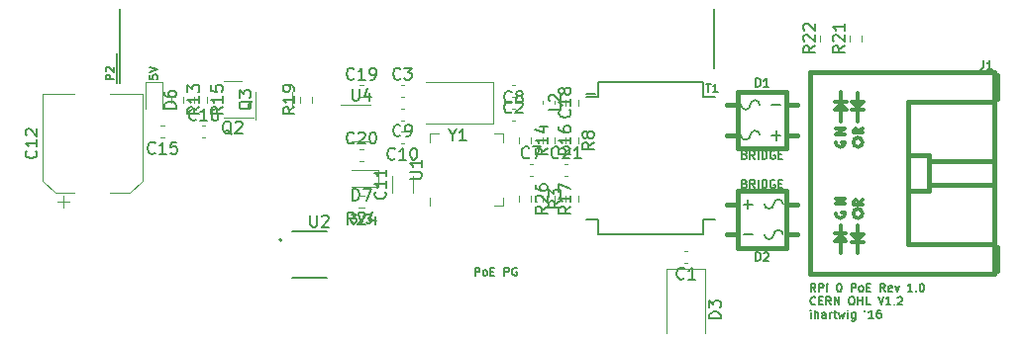
<source format=gto>
%TF.GenerationSoftware,KiCad,Pcbnew,7.0.2-0*%
%TF.CreationDate,2024-12-01T01:29:24-08:00*%
%TF.ProjectId,pizero-papoe,70697a65-726f-42d7-9061-706f652e6b69,0.1*%
%TF.SameCoordinates,PX652f520PY4a19ba0*%
%TF.FileFunction,Legend,Top*%
%TF.FilePolarity,Positive*%
%FSLAX46Y46*%
G04 Gerber Fmt 4.6, Leading zero omitted, Abs format (unit mm)*
G04 Created by KiCad (PCBNEW 7.0.2-0) date 2024-12-01 01:29:24*
%MOMM*%
%LPD*%
G01*
G04 APERTURE LIST*
%ADD10C,0.150000*%
%ADD11C,0.200000*%
%ADD12C,0.127000*%
%ADD13C,0.120000*%
%ADD14C,0.381000*%
%ADD15C,0.304800*%
G04 APERTURE END LIST*
D10*
X26883333Y-18623833D02*
X27316666Y-18623833D01*
X27316666Y-18623833D02*
X27083333Y-18890500D01*
X27083333Y-18890500D02*
X27183333Y-18890500D01*
X27183333Y-18890500D02*
X27249999Y-18923833D01*
X27249999Y-18923833D02*
X27283333Y-18957166D01*
X27283333Y-18957166D02*
X27316666Y-19023833D01*
X27316666Y-19023833D02*
X27316666Y-19190500D01*
X27316666Y-19190500D02*
X27283333Y-19257166D01*
X27283333Y-19257166D02*
X27249999Y-19290500D01*
X27249999Y-19290500D02*
X27183333Y-19323833D01*
X27183333Y-19323833D02*
X26983333Y-19323833D01*
X26983333Y-19323833D02*
X26916666Y-19290500D01*
X26916666Y-19290500D02*
X26883333Y-19257166D01*
X27516666Y-18623833D02*
X27750000Y-19323833D01*
X27750000Y-19323833D02*
X27983333Y-18623833D01*
X28150000Y-18623833D02*
X28583333Y-18623833D01*
X28583333Y-18623833D02*
X28350000Y-18890500D01*
X28350000Y-18890500D02*
X28450000Y-18890500D01*
X28450000Y-18890500D02*
X28516666Y-18923833D01*
X28516666Y-18923833D02*
X28550000Y-18957166D01*
X28550000Y-18957166D02*
X28583333Y-19023833D01*
X28583333Y-19023833D02*
X28583333Y-19190500D01*
X28583333Y-19190500D02*
X28550000Y-19257166D01*
X28550000Y-19257166D02*
X28516666Y-19290500D01*
X28516666Y-19290500D02*
X28450000Y-19323833D01*
X28450000Y-19323833D02*
X28250000Y-19323833D01*
X28250000Y-19323833D02*
X28183333Y-19290500D01*
X28183333Y-19290500D02*
X28150000Y-19257166D01*
X37466667Y-23823833D02*
X37466667Y-23123833D01*
X37466667Y-23123833D02*
X37733334Y-23123833D01*
X37733334Y-23123833D02*
X37800001Y-23157166D01*
X37800001Y-23157166D02*
X37833334Y-23190500D01*
X37833334Y-23190500D02*
X37866667Y-23257166D01*
X37866667Y-23257166D02*
X37866667Y-23357166D01*
X37866667Y-23357166D02*
X37833334Y-23423833D01*
X37833334Y-23423833D02*
X37800001Y-23457166D01*
X37800001Y-23457166D02*
X37733334Y-23490500D01*
X37733334Y-23490500D02*
X37466667Y-23490500D01*
X38266667Y-23823833D02*
X38200001Y-23790500D01*
X38200001Y-23790500D02*
X38166667Y-23757166D01*
X38166667Y-23757166D02*
X38133334Y-23690500D01*
X38133334Y-23690500D02*
X38133334Y-23490500D01*
X38133334Y-23490500D02*
X38166667Y-23423833D01*
X38166667Y-23423833D02*
X38200001Y-23390500D01*
X38200001Y-23390500D02*
X38266667Y-23357166D01*
X38266667Y-23357166D02*
X38366667Y-23357166D01*
X38366667Y-23357166D02*
X38433334Y-23390500D01*
X38433334Y-23390500D02*
X38466667Y-23423833D01*
X38466667Y-23423833D02*
X38500001Y-23490500D01*
X38500001Y-23490500D02*
X38500001Y-23690500D01*
X38500001Y-23690500D02*
X38466667Y-23757166D01*
X38466667Y-23757166D02*
X38433334Y-23790500D01*
X38433334Y-23790500D02*
X38366667Y-23823833D01*
X38366667Y-23823833D02*
X38266667Y-23823833D01*
X38800000Y-23457166D02*
X39033334Y-23457166D01*
X39133334Y-23823833D02*
X38800000Y-23823833D01*
X38800000Y-23823833D02*
X38800000Y-23123833D01*
X38800000Y-23123833D02*
X39133334Y-23123833D01*
X39966666Y-23823833D02*
X39966666Y-23123833D01*
X39966666Y-23123833D02*
X40233333Y-23123833D01*
X40233333Y-23123833D02*
X40300000Y-23157166D01*
X40300000Y-23157166D02*
X40333333Y-23190500D01*
X40333333Y-23190500D02*
X40366666Y-23257166D01*
X40366666Y-23257166D02*
X40366666Y-23357166D01*
X40366666Y-23357166D02*
X40333333Y-23423833D01*
X40333333Y-23423833D02*
X40300000Y-23457166D01*
X40300000Y-23457166D02*
X40233333Y-23490500D01*
X40233333Y-23490500D02*
X39966666Y-23490500D01*
X41033333Y-23157166D02*
X40966666Y-23123833D01*
X40966666Y-23123833D02*
X40866666Y-23123833D01*
X40866666Y-23123833D02*
X40766666Y-23157166D01*
X40766666Y-23157166D02*
X40700000Y-23223833D01*
X40700000Y-23223833D02*
X40666666Y-23290500D01*
X40666666Y-23290500D02*
X40633333Y-23423833D01*
X40633333Y-23423833D02*
X40633333Y-23523833D01*
X40633333Y-23523833D02*
X40666666Y-23657166D01*
X40666666Y-23657166D02*
X40700000Y-23723833D01*
X40700000Y-23723833D02*
X40766666Y-23790500D01*
X40766666Y-23790500D02*
X40866666Y-23823833D01*
X40866666Y-23823833D02*
X40933333Y-23823833D01*
X40933333Y-23823833D02*
X41033333Y-23790500D01*
X41033333Y-23790500D02*
X41066666Y-23757166D01*
X41066666Y-23757166D02*
X41066666Y-23523833D01*
X41066666Y-23523833D02*
X40933333Y-23523833D01*
X9623833Y-6633333D02*
X9623833Y-6966666D01*
X9623833Y-6966666D02*
X9957166Y-6999999D01*
X9957166Y-6999999D02*
X9923833Y-6966666D01*
X9923833Y-6966666D02*
X9890500Y-6899999D01*
X9890500Y-6899999D02*
X9890500Y-6733333D01*
X9890500Y-6733333D02*
X9923833Y-6666666D01*
X9923833Y-6666666D02*
X9957166Y-6633333D01*
X9957166Y-6633333D02*
X10023833Y-6599999D01*
X10023833Y-6599999D02*
X10190500Y-6599999D01*
X10190500Y-6599999D02*
X10257166Y-6633333D01*
X10257166Y-6633333D02*
X10290500Y-6666666D01*
X10290500Y-6666666D02*
X10323833Y-6733333D01*
X10323833Y-6733333D02*
X10323833Y-6899999D01*
X10323833Y-6899999D02*
X10290500Y-6966666D01*
X10290500Y-6966666D02*
X10257166Y-6999999D01*
X9623833Y-6399999D02*
X10323833Y-6166666D01*
X10323833Y-6166666D02*
X9623833Y-5933332D01*
X66566666Y-25189833D02*
X66333333Y-24856500D01*
X66166666Y-25189833D02*
X66166666Y-24489833D01*
X66166666Y-24489833D02*
X66433333Y-24489833D01*
X66433333Y-24489833D02*
X66500000Y-24523166D01*
X66500000Y-24523166D02*
X66533333Y-24556500D01*
X66533333Y-24556500D02*
X66566666Y-24623166D01*
X66566666Y-24623166D02*
X66566666Y-24723166D01*
X66566666Y-24723166D02*
X66533333Y-24789833D01*
X66533333Y-24789833D02*
X66500000Y-24823166D01*
X66500000Y-24823166D02*
X66433333Y-24856500D01*
X66433333Y-24856500D02*
X66166666Y-24856500D01*
X66866666Y-25189833D02*
X66866666Y-24489833D01*
X66866666Y-24489833D02*
X67133333Y-24489833D01*
X67133333Y-24489833D02*
X67200000Y-24523166D01*
X67200000Y-24523166D02*
X67233333Y-24556500D01*
X67233333Y-24556500D02*
X67266666Y-24623166D01*
X67266666Y-24623166D02*
X67266666Y-24723166D01*
X67266666Y-24723166D02*
X67233333Y-24789833D01*
X67233333Y-24789833D02*
X67200000Y-24823166D01*
X67200000Y-24823166D02*
X67133333Y-24856500D01*
X67133333Y-24856500D02*
X66866666Y-24856500D01*
X67566666Y-25189833D02*
X67566666Y-24723166D01*
X67566666Y-24489833D02*
X67533333Y-24523166D01*
X67533333Y-24523166D02*
X67566666Y-24556500D01*
X67566666Y-24556500D02*
X67600000Y-24523166D01*
X67600000Y-24523166D02*
X67566666Y-24489833D01*
X67566666Y-24489833D02*
X67566666Y-24556500D01*
X68566666Y-24489833D02*
X68633332Y-24489833D01*
X68633332Y-24489833D02*
X68699999Y-24523166D01*
X68699999Y-24523166D02*
X68733332Y-24556500D01*
X68733332Y-24556500D02*
X68766666Y-24623166D01*
X68766666Y-24623166D02*
X68799999Y-24756500D01*
X68799999Y-24756500D02*
X68799999Y-24923166D01*
X68799999Y-24923166D02*
X68766666Y-25056500D01*
X68766666Y-25056500D02*
X68733332Y-25123166D01*
X68733332Y-25123166D02*
X68699999Y-25156500D01*
X68699999Y-25156500D02*
X68633332Y-25189833D01*
X68633332Y-25189833D02*
X68566666Y-25189833D01*
X68566666Y-25189833D02*
X68499999Y-25156500D01*
X68499999Y-25156500D02*
X68466666Y-25123166D01*
X68466666Y-25123166D02*
X68433332Y-25056500D01*
X68433332Y-25056500D02*
X68399999Y-24923166D01*
X68399999Y-24923166D02*
X68399999Y-24756500D01*
X68399999Y-24756500D02*
X68433332Y-24623166D01*
X68433332Y-24623166D02*
X68466666Y-24556500D01*
X68466666Y-24556500D02*
X68499999Y-24523166D01*
X68499999Y-24523166D02*
X68566666Y-24489833D01*
X69633332Y-25189833D02*
X69633332Y-24489833D01*
X69633332Y-24489833D02*
X69899999Y-24489833D01*
X69899999Y-24489833D02*
X69966666Y-24523166D01*
X69966666Y-24523166D02*
X69999999Y-24556500D01*
X69999999Y-24556500D02*
X70033332Y-24623166D01*
X70033332Y-24623166D02*
X70033332Y-24723166D01*
X70033332Y-24723166D02*
X69999999Y-24789833D01*
X69999999Y-24789833D02*
X69966666Y-24823166D01*
X69966666Y-24823166D02*
X69899999Y-24856500D01*
X69899999Y-24856500D02*
X69633332Y-24856500D01*
X70433332Y-25189833D02*
X70366666Y-25156500D01*
X70366666Y-25156500D02*
X70333332Y-25123166D01*
X70333332Y-25123166D02*
X70299999Y-25056500D01*
X70299999Y-25056500D02*
X70299999Y-24856500D01*
X70299999Y-24856500D02*
X70333332Y-24789833D01*
X70333332Y-24789833D02*
X70366666Y-24756500D01*
X70366666Y-24756500D02*
X70433332Y-24723166D01*
X70433332Y-24723166D02*
X70533332Y-24723166D01*
X70533332Y-24723166D02*
X70599999Y-24756500D01*
X70599999Y-24756500D02*
X70633332Y-24789833D01*
X70633332Y-24789833D02*
X70666666Y-24856500D01*
X70666666Y-24856500D02*
X70666666Y-25056500D01*
X70666666Y-25056500D02*
X70633332Y-25123166D01*
X70633332Y-25123166D02*
X70599999Y-25156500D01*
X70599999Y-25156500D02*
X70533332Y-25189833D01*
X70533332Y-25189833D02*
X70433332Y-25189833D01*
X70966665Y-24823166D02*
X71199999Y-24823166D01*
X71299999Y-25189833D02*
X70966665Y-25189833D01*
X70966665Y-25189833D02*
X70966665Y-24489833D01*
X70966665Y-24489833D02*
X71299999Y-24489833D01*
X72533331Y-25189833D02*
X72299998Y-24856500D01*
X72133331Y-25189833D02*
X72133331Y-24489833D01*
X72133331Y-24489833D02*
X72399998Y-24489833D01*
X72399998Y-24489833D02*
X72466665Y-24523166D01*
X72466665Y-24523166D02*
X72499998Y-24556500D01*
X72499998Y-24556500D02*
X72533331Y-24623166D01*
X72533331Y-24623166D02*
X72533331Y-24723166D01*
X72533331Y-24723166D02*
X72499998Y-24789833D01*
X72499998Y-24789833D02*
X72466665Y-24823166D01*
X72466665Y-24823166D02*
X72399998Y-24856500D01*
X72399998Y-24856500D02*
X72133331Y-24856500D01*
X73099998Y-25156500D02*
X73033331Y-25189833D01*
X73033331Y-25189833D02*
X72899998Y-25189833D01*
X72899998Y-25189833D02*
X72833331Y-25156500D01*
X72833331Y-25156500D02*
X72799998Y-25089833D01*
X72799998Y-25089833D02*
X72799998Y-24823166D01*
X72799998Y-24823166D02*
X72833331Y-24756500D01*
X72833331Y-24756500D02*
X72899998Y-24723166D01*
X72899998Y-24723166D02*
X73033331Y-24723166D01*
X73033331Y-24723166D02*
X73099998Y-24756500D01*
X73099998Y-24756500D02*
X73133331Y-24823166D01*
X73133331Y-24823166D02*
X73133331Y-24889833D01*
X73133331Y-24889833D02*
X72799998Y-24956500D01*
X73366665Y-24723166D02*
X73533331Y-25189833D01*
X73533331Y-25189833D02*
X73699998Y-24723166D01*
X74866664Y-25189833D02*
X74466664Y-25189833D01*
X74666664Y-25189833D02*
X74666664Y-24489833D01*
X74666664Y-24489833D02*
X74599997Y-24589833D01*
X74599997Y-24589833D02*
X74533331Y-24656500D01*
X74533331Y-24656500D02*
X74466664Y-24689833D01*
X75166664Y-25123166D02*
X75199998Y-25156500D01*
X75199998Y-25156500D02*
X75166664Y-25189833D01*
X75166664Y-25189833D02*
X75133331Y-25156500D01*
X75133331Y-25156500D02*
X75166664Y-25123166D01*
X75166664Y-25123166D02*
X75166664Y-25189833D01*
X75633331Y-24489833D02*
X75699997Y-24489833D01*
X75699997Y-24489833D02*
X75766664Y-24523166D01*
X75766664Y-24523166D02*
X75799997Y-24556500D01*
X75799997Y-24556500D02*
X75833331Y-24623166D01*
X75833331Y-24623166D02*
X75866664Y-24756500D01*
X75866664Y-24756500D02*
X75866664Y-24923166D01*
X75866664Y-24923166D02*
X75833331Y-25056500D01*
X75833331Y-25056500D02*
X75799997Y-25123166D01*
X75799997Y-25123166D02*
X75766664Y-25156500D01*
X75766664Y-25156500D02*
X75699997Y-25189833D01*
X75699997Y-25189833D02*
X75633331Y-25189833D01*
X75633331Y-25189833D02*
X75566664Y-25156500D01*
X75566664Y-25156500D02*
X75533331Y-25123166D01*
X75533331Y-25123166D02*
X75499997Y-25056500D01*
X75499997Y-25056500D02*
X75466664Y-24923166D01*
X75466664Y-24923166D02*
X75466664Y-24756500D01*
X75466664Y-24756500D02*
X75499997Y-24623166D01*
X75499997Y-24623166D02*
X75533331Y-24556500D01*
X75533331Y-24556500D02*
X75566664Y-24523166D01*
X75566664Y-24523166D02*
X75633331Y-24489833D01*
X66566666Y-26257166D02*
X66533333Y-26290500D01*
X66533333Y-26290500D02*
X66433333Y-26323833D01*
X66433333Y-26323833D02*
X66366666Y-26323833D01*
X66366666Y-26323833D02*
X66266666Y-26290500D01*
X66266666Y-26290500D02*
X66200000Y-26223833D01*
X66200000Y-26223833D02*
X66166666Y-26157166D01*
X66166666Y-26157166D02*
X66133333Y-26023833D01*
X66133333Y-26023833D02*
X66133333Y-25923833D01*
X66133333Y-25923833D02*
X66166666Y-25790500D01*
X66166666Y-25790500D02*
X66200000Y-25723833D01*
X66200000Y-25723833D02*
X66266666Y-25657166D01*
X66266666Y-25657166D02*
X66366666Y-25623833D01*
X66366666Y-25623833D02*
X66433333Y-25623833D01*
X66433333Y-25623833D02*
X66533333Y-25657166D01*
X66533333Y-25657166D02*
X66566666Y-25690500D01*
X66866666Y-25957166D02*
X67100000Y-25957166D01*
X67200000Y-26323833D02*
X66866666Y-26323833D01*
X66866666Y-26323833D02*
X66866666Y-25623833D01*
X66866666Y-25623833D02*
X67200000Y-25623833D01*
X67899999Y-26323833D02*
X67666666Y-25990500D01*
X67499999Y-26323833D02*
X67499999Y-25623833D01*
X67499999Y-25623833D02*
X67766666Y-25623833D01*
X67766666Y-25623833D02*
X67833333Y-25657166D01*
X67833333Y-25657166D02*
X67866666Y-25690500D01*
X67866666Y-25690500D02*
X67899999Y-25757166D01*
X67899999Y-25757166D02*
X67899999Y-25857166D01*
X67899999Y-25857166D02*
X67866666Y-25923833D01*
X67866666Y-25923833D02*
X67833333Y-25957166D01*
X67833333Y-25957166D02*
X67766666Y-25990500D01*
X67766666Y-25990500D02*
X67499999Y-25990500D01*
X68199999Y-26323833D02*
X68199999Y-25623833D01*
X68199999Y-25623833D02*
X68599999Y-26323833D01*
X68599999Y-26323833D02*
X68599999Y-25623833D01*
X69599999Y-25623833D02*
X69733332Y-25623833D01*
X69733332Y-25623833D02*
X69799999Y-25657166D01*
X69799999Y-25657166D02*
X69866665Y-25723833D01*
X69866665Y-25723833D02*
X69899999Y-25857166D01*
X69899999Y-25857166D02*
X69899999Y-26090500D01*
X69899999Y-26090500D02*
X69866665Y-26223833D01*
X69866665Y-26223833D02*
X69799999Y-26290500D01*
X69799999Y-26290500D02*
X69733332Y-26323833D01*
X69733332Y-26323833D02*
X69599999Y-26323833D01*
X69599999Y-26323833D02*
X69533332Y-26290500D01*
X69533332Y-26290500D02*
X69466665Y-26223833D01*
X69466665Y-26223833D02*
X69433332Y-26090500D01*
X69433332Y-26090500D02*
X69433332Y-25857166D01*
X69433332Y-25857166D02*
X69466665Y-25723833D01*
X69466665Y-25723833D02*
X69533332Y-25657166D01*
X69533332Y-25657166D02*
X69599999Y-25623833D01*
X70199998Y-26323833D02*
X70199998Y-25623833D01*
X70199998Y-25957166D02*
X70599998Y-25957166D01*
X70599998Y-26323833D02*
X70599998Y-25623833D01*
X71266665Y-26323833D02*
X70933331Y-26323833D01*
X70933331Y-26323833D02*
X70933331Y-25623833D01*
X71933331Y-25623833D02*
X72166665Y-26323833D01*
X72166665Y-26323833D02*
X72399998Y-25623833D01*
X72999998Y-26323833D02*
X72599998Y-26323833D01*
X72799998Y-26323833D02*
X72799998Y-25623833D01*
X72799998Y-25623833D02*
X72733331Y-25723833D01*
X72733331Y-25723833D02*
X72666665Y-25790500D01*
X72666665Y-25790500D02*
X72599998Y-25823833D01*
X73299998Y-26257166D02*
X73333332Y-26290500D01*
X73333332Y-26290500D02*
X73299998Y-26323833D01*
X73299998Y-26323833D02*
X73266665Y-26290500D01*
X73266665Y-26290500D02*
X73299998Y-26257166D01*
X73299998Y-26257166D02*
X73299998Y-26323833D01*
X73599998Y-25690500D02*
X73633331Y-25657166D01*
X73633331Y-25657166D02*
X73699998Y-25623833D01*
X73699998Y-25623833D02*
X73866665Y-25623833D01*
X73866665Y-25623833D02*
X73933331Y-25657166D01*
X73933331Y-25657166D02*
X73966665Y-25690500D01*
X73966665Y-25690500D02*
X73999998Y-25757166D01*
X73999998Y-25757166D02*
X73999998Y-25823833D01*
X73999998Y-25823833D02*
X73966665Y-25923833D01*
X73966665Y-25923833D02*
X73566665Y-26323833D01*
X73566665Y-26323833D02*
X73999998Y-26323833D01*
X66166666Y-27457833D02*
X66166666Y-26991166D01*
X66166666Y-26757833D02*
X66133333Y-26791166D01*
X66133333Y-26791166D02*
X66166666Y-26824500D01*
X66166666Y-26824500D02*
X66200000Y-26791166D01*
X66200000Y-26791166D02*
X66166666Y-26757833D01*
X66166666Y-26757833D02*
X66166666Y-26824500D01*
X66499999Y-27457833D02*
X66499999Y-26757833D01*
X66799999Y-27457833D02*
X66799999Y-27091166D01*
X66799999Y-27091166D02*
X66766666Y-27024500D01*
X66766666Y-27024500D02*
X66699999Y-26991166D01*
X66699999Y-26991166D02*
X66599999Y-26991166D01*
X66599999Y-26991166D02*
X66533333Y-27024500D01*
X66533333Y-27024500D02*
X66499999Y-27057833D01*
X67433332Y-27457833D02*
X67433332Y-27091166D01*
X67433332Y-27091166D02*
X67399999Y-27024500D01*
X67399999Y-27024500D02*
X67333332Y-26991166D01*
X67333332Y-26991166D02*
X67199999Y-26991166D01*
X67199999Y-26991166D02*
X67133332Y-27024500D01*
X67433332Y-27424500D02*
X67366666Y-27457833D01*
X67366666Y-27457833D02*
X67199999Y-27457833D01*
X67199999Y-27457833D02*
X67133332Y-27424500D01*
X67133332Y-27424500D02*
X67099999Y-27357833D01*
X67099999Y-27357833D02*
X67099999Y-27291166D01*
X67099999Y-27291166D02*
X67133332Y-27224500D01*
X67133332Y-27224500D02*
X67199999Y-27191166D01*
X67199999Y-27191166D02*
X67366666Y-27191166D01*
X67366666Y-27191166D02*
X67433332Y-27157833D01*
X67766665Y-27457833D02*
X67766665Y-26991166D01*
X67766665Y-27124500D02*
X67799999Y-27057833D01*
X67799999Y-27057833D02*
X67833332Y-27024500D01*
X67833332Y-27024500D02*
X67899999Y-26991166D01*
X67899999Y-26991166D02*
X67966665Y-26991166D01*
X68099998Y-26991166D02*
X68366665Y-26991166D01*
X68199998Y-26757833D02*
X68199998Y-27357833D01*
X68199998Y-27357833D02*
X68233332Y-27424500D01*
X68233332Y-27424500D02*
X68299998Y-27457833D01*
X68299998Y-27457833D02*
X68366665Y-27457833D01*
X68533332Y-26991166D02*
X68666665Y-27457833D01*
X68666665Y-27457833D02*
X68799998Y-27124500D01*
X68799998Y-27124500D02*
X68933332Y-27457833D01*
X68933332Y-27457833D02*
X69066665Y-26991166D01*
X69333331Y-27457833D02*
X69333331Y-26991166D01*
X69333331Y-26757833D02*
X69299998Y-26791166D01*
X69299998Y-26791166D02*
X69333331Y-26824500D01*
X69333331Y-26824500D02*
X69366665Y-26791166D01*
X69366665Y-26791166D02*
X69333331Y-26757833D01*
X69333331Y-26757833D02*
X69333331Y-26824500D01*
X69966664Y-26991166D02*
X69966664Y-27557833D01*
X69966664Y-27557833D02*
X69933331Y-27624500D01*
X69933331Y-27624500D02*
X69899998Y-27657833D01*
X69899998Y-27657833D02*
X69833331Y-27691166D01*
X69833331Y-27691166D02*
X69733331Y-27691166D01*
X69733331Y-27691166D02*
X69666664Y-27657833D01*
X69966664Y-27424500D02*
X69899998Y-27457833D01*
X69899998Y-27457833D02*
X69766664Y-27457833D01*
X69766664Y-27457833D02*
X69699998Y-27424500D01*
X69699998Y-27424500D02*
X69666664Y-27391166D01*
X69666664Y-27391166D02*
X69633331Y-27324500D01*
X69633331Y-27324500D02*
X69633331Y-27124500D01*
X69633331Y-27124500D02*
X69666664Y-27057833D01*
X69666664Y-27057833D02*
X69699998Y-27024500D01*
X69699998Y-27024500D02*
X69766664Y-26991166D01*
X69766664Y-26991166D02*
X69899998Y-26991166D01*
X69899998Y-26991166D02*
X69966664Y-27024500D01*
X70866664Y-26757833D02*
X70799997Y-26891166D01*
X71533330Y-27457833D02*
X71133330Y-27457833D01*
X71333330Y-27457833D02*
X71333330Y-26757833D01*
X71333330Y-26757833D02*
X71266663Y-26857833D01*
X71266663Y-26857833D02*
X71199997Y-26924500D01*
X71199997Y-26924500D02*
X71133330Y-26957833D01*
X72133330Y-26757833D02*
X71999997Y-26757833D01*
X71999997Y-26757833D02*
X71933330Y-26791166D01*
X71933330Y-26791166D02*
X71899997Y-26824500D01*
X71899997Y-26824500D02*
X71833330Y-26924500D01*
X71833330Y-26924500D02*
X71799997Y-27057833D01*
X71799997Y-27057833D02*
X71799997Y-27324500D01*
X71799997Y-27324500D02*
X71833330Y-27391166D01*
X71833330Y-27391166D02*
X71866664Y-27424500D01*
X71866664Y-27424500D02*
X71933330Y-27457833D01*
X71933330Y-27457833D02*
X72066664Y-27457833D01*
X72066664Y-27457833D02*
X72133330Y-27424500D01*
X72133330Y-27424500D02*
X72166664Y-27391166D01*
X72166664Y-27391166D02*
X72199997Y-27324500D01*
X72199997Y-27324500D02*
X72199997Y-27157833D01*
X72199997Y-27157833D02*
X72166664Y-27091166D01*
X72166664Y-27091166D02*
X72133330Y-27057833D01*
X72133330Y-27057833D02*
X72066664Y-27024500D01*
X72066664Y-27024500D02*
X71933330Y-27024500D01*
X71933330Y-27024500D02*
X71866664Y-27057833D01*
X71866664Y-27057833D02*
X71833330Y-27091166D01*
X71833330Y-27091166D02*
X71799997Y-27157833D01*
%TO.C,U2*%
X23388095Y-18650619D02*
X23388095Y-19460142D01*
X23388095Y-19460142D02*
X23435714Y-19555380D01*
X23435714Y-19555380D02*
X23483333Y-19603000D01*
X23483333Y-19603000D02*
X23578571Y-19650619D01*
X23578571Y-19650619D02*
X23769047Y-19650619D01*
X23769047Y-19650619D02*
X23864285Y-19603000D01*
X23864285Y-19603000D02*
X23911904Y-19555380D01*
X23911904Y-19555380D02*
X23959523Y-19460142D01*
X23959523Y-19460142D02*
X23959523Y-18650619D01*
X24388095Y-18745857D02*
X24435714Y-18698238D01*
X24435714Y-18698238D02*
X24530952Y-18650619D01*
X24530952Y-18650619D02*
X24769047Y-18650619D01*
X24769047Y-18650619D02*
X24864285Y-18698238D01*
X24864285Y-18698238D02*
X24911904Y-18745857D01*
X24911904Y-18745857D02*
X24959523Y-18841095D01*
X24959523Y-18841095D02*
X24959523Y-18936333D01*
X24959523Y-18936333D02*
X24911904Y-19079190D01*
X24911904Y-19079190D02*
X24340476Y-19650619D01*
X24340476Y-19650619D02*
X24959523Y-19650619D01*
%TO.C,Y1*%
X35523809Y-11786428D02*
X35523809Y-12262619D01*
X35190476Y-11262619D02*
X35523809Y-11786428D01*
X35523809Y-11786428D02*
X35857142Y-11262619D01*
X36714285Y-12262619D02*
X36142857Y-12262619D01*
X36428571Y-12262619D02*
X36428571Y-11262619D01*
X36428571Y-11262619D02*
X36333333Y-11405476D01*
X36333333Y-11405476D02*
X36238095Y-11500714D01*
X36238095Y-11500714D02*
X36142857Y-11548333D01*
%TO.C,U4*%
X26988095Y-7812619D02*
X26988095Y-8622142D01*
X26988095Y-8622142D02*
X27035714Y-8717380D01*
X27035714Y-8717380D02*
X27083333Y-8765000D01*
X27083333Y-8765000D02*
X27178571Y-8812619D01*
X27178571Y-8812619D02*
X27369047Y-8812619D01*
X27369047Y-8812619D02*
X27464285Y-8765000D01*
X27464285Y-8765000D02*
X27511904Y-8717380D01*
X27511904Y-8717380D02*
X27559523Y-8622142D01*
X27559523Y-8622142D02*
X27559523Y-7812619D01*
X28464285Y-8145952D02*
X28464285Y-8812619D01*
X28226190Y-7765000D02*
X27988095Y-8479285D01*
X27988095Y-8479285D02*
X28607142Y-8479285D01*
%TO.C,R26*%
X43642619Y-17892857D02*
X43166428Y-18226190D01*
X43642619Y-18464285D02*
X42642619Y-18464285D01*
X42642619Y-18464285D02*
X42642619Y-18083333D01*
X42642619Y-18083333D02*
X42690238Y-17988095D01*
X42690238Y-17988095D02*
X42737857Y-17940476D01*
X42737857Y-17940476D02*
X42833095Y-17892857D01*
X42833095Y-17892857D02*
X42975952Y-17892857D01*
X42975952Y-17892857D02*
X43071190Y-17940476D01*
X43071190Y-17940476D02*
X43118809Y-17988095D01*
X43118809Y-17988095D02*
X43166428Y-18083333D01*
X43166428Y-18083333D02*
X43166428Y-18464285D01*
X42737857Y-17511904D02*
X42690238Y-17464285D01*
X42690238Y-17464285D02*
X42642619Y-17369047D01*
X42642619Y-17369047D02*
X42642619Y-17130952D01*
X42642619Y-17130952D02*
X42690238Y-17035714D01*
X42690238Y-17035714D02*
X42737857Y-16988095D01*
X42737857Y-16988095D02*
X42833095Y-16940476D01*
X42833095Y-16940476D02*
X42928333Y-16940476D01*
X42928333Y-16940476D02*
X43071190Y-16988095D01*
X43071190Y-16988095D02*
X43642619Y-17559523D01*
X43642619Y-17559523D02*
X43642619Y-16940476D01*
X42642619Y-16083333D02*
X42642619Y-16273809D01*
X42642619Y-16273809D02*
X42690238Y-16369047D01*
X42690238Y-16369047D02*
X42737857Y-16416666D01*
X42737857Y-16416666D02*
X42880714Y-16511904D01*
X42880714Y-16511904D02*
X43071190Y-16559523D01*
X43071190Y-16559523D02*
X43452142Y-16559523D01*
X43452142Y-16559523D02*
X43547380Y-16511904D01*
X43547380Y-16511904D02*
X43595000Y-16464285D01*
X43595000Y-16464285D02*
X43642619Y-16369047D01*
X43642619Y-16369047D02*
X43642619Y-16178571D01*
X43642619Y-16178571D02*
X43595000Y-16083333D01*
X43595000Y-16083333D02*
X43547380Y-16035714D01*
X43547380Y-16035714D02*
X43452142Y-15988095D01*
X43452142Y-15988095D02*
X43214047Y-15988095D01*
X43214047Y-15988095D02*
X43118809Y-16035714D01*
X43118809Y-16035714D02*
X43071190Y-16083333D01*
X43071190Y-16083333D02*
X43023571Y-16178571D01*
X43023571Y-16178571D02*
X43023571Y-16369047D01*
X43023571Y-16369047D02*
X43071190Y-16464285D01*
X43071190Y-16464285D02*
X43118809Y-16511904D01*
X43118809Y-16511904D02*
X43214047Y-16559523D01*
%TO.C,R24*%
X27107142Y-19392619D02*
X26773809Y-18916428D01*
X26535714Y-19392619D02*
X26535714Y-18392619D01*
X26535714Y-18392619D02*
X26916666Y-18392619D01*
X26916666Y-18392619D02*
X27011904Y-18440238D01*
X27011904Y-18440238D02*
X27059523Y-18487857D01*
X27059523Y-18487857D02*
X27107142Y-18583095D01*
X27107142Y-18583095D02*
X27107142Y-18725952D01*
X27107142Y-18725952D02*
X27059523Y-18821190D01*
X27059523Y-18821190D02*
X27011904Y-18868809D01*
X27011904Y-18868809D02*
X26916666Y-18916428D01*
X26916666Y-18916428D02*
X26535714Y-18916428D01*
X27488095Y-18487857D02*
X27535714Y-18440238D01*
X27535714Y-18440238D02*
X27630952Y-18392619D01*
X27630952Y-18392619D02*
X27869047Y-18392619D01*
X27869047Y-18392619D02*
X27964285Y-18440238D01*
X27964285Y-18440238D02*
X28011904Y-18487857D01*
X28011904Y-18487857D02*
X28059523Y-18583095D01*
X28059523Y-18583095D02*
X28059523Y-18678333D01*
X28059523Y-18678333D02*
X28011904Y-18821190D01*
X28011904Y-18821190D02*
X27440476Y-19392619D01*
X27440476Y-19392619D02*
X28059523Y-19392619D01*
X28916666Y-18725952D02*
X28916666Y-19392619D01*
X28678571Y-18345000D02*
X28440476Y-19059285D01*
X28440476Y-19059285D02*
X29059523Y-19059285D01*
%TO.C,R22*%
X66532619Y-4142857D02*
X66056428Y-4476190D01*
X66532619Y-4714285D02*
X65532619Y-4714285D01*
X65532619Y-4714285D02*
X65532619Y-4333333D01*
X65532619Y-4333333D02*
X65580238Y-4238095D01*
X65580238Y-4238095D02*
X65627857Y-4190476D01*
X65627857Y-4190476D02*
X65723095Y-4142857D01*
X65723095Y-4142857D02*
X65865952Y-4142857D01*
X65865952Y-4142857D02*
X65961190Y-4190476D01*
X65961190Y-4190476D02*
X66008809Y-4238095D01*
X66008809Y-4238095D02*
X66056428Y-4333333D01*
X66056428Y-4333333D02*
X66056428Y-4714285D01*
X65627857Y-3761904D02*
X65580238Y-3714285D01*
X65580238Y-3714285D02*
X65532619Y-3619047D01*
X65532619Y-3619047D02*
X65532619Y-3380952D01*
X65532619Y-3380952D02*
X65580238Y-3285714D01*
X65580238Y-3285714D02*
X65627857Y-3238095D01*
X65627857Y-3238095D02*
X65723095Y-3190476D01*
X65723095Y-3190476D02*
X65818333Y-3190476D01*
X65818333Y-3190476D02*
X65961190Y-3238095D01*
X65961190Y-3238095D02*
X66532619Y-3809523D01*
X66532619Y-3809523D02*
X66532619Y-3190476D01*
X65627857Y-2809523D02*
X65580238Y-2761904D01*
X65580238Y-2761904D02*
X65532619Y-2666666D01*
X65532619Y-2666666D02*
X65532619Y-2428571D01*
X65532619Y-2428571D02*
X65580238Y-2333333D01*
X65580238Y-2333333D02*
X65627857Y-2285714D01*
X65627857Y-2285714D02*
X65723095Y-2238095D01*
X65723095Y-2238095D02*
X65818333Y-2238095D01*
X65818333Y-2238095D02*
X65961190Y-2285714D01*
X65961190Y-2285714D02*
X66532619Y-2857142D01*
X66532619Y-2857142D02*
X66532619Y-2238095D01*
%TO.C,R21*%
X69032619Y-4142857D02*
X68556428Y-4476190D01*
X69032619Y-4714285D02*
X68032619Y-4714285D01*
X68032619Y-4714285D02*
X68032619Y-4333333D01*
X68032619Y-4333333D02*
X68080238Y-4238095D01*
X68080238Y-4238095D02*
X68127857Y-4190476D01*
X68127857Y-4190476D02*
X68223095Y-4142857D01*
X68223095Y-4142857D02*
X68365952Y-4142857D01*
X68365952Y-4142857D02*
X68461190Y-4190476D01*
X68461190Y-4190476D02*
X68508809Y-4238095D01*
X68508809Y-4238095D02*
X68556428Y-4333333D01*
X68556428Y-4333333D02*
X68556428Y-4714285D01*
X68127857Y-3761904D02*
X68080238Y-3714285D01*
X68080238Y-3714285D02*
X68032619Y-3619047D01*
X68032619Y-3619047D02*
X68032619Y-3380952D01*
X68032619Y-3380952D02*
X68080238Y-3285714D01*
X68080238Y-3285714D02*
X68127857Y-3238095D01*
X68127857Y-3238095D02*
X68223095Y-3190476D01*
X68223095Y-3190476D02*
X68318333Y-3190476D01*
X68318333Y-3190476D02*
X68461190Y-3238095D01*
X68461190Y-3238095D02*
X69032619Y-3809523D01*
X69032619Y-3809523D02*
X69032619Y-3190476D01*
X69032619Y-2238095D02*
X69032619Y-2809523D01*
X69032619Y-2523809D02*
X68032619Y-2523809D01*
X68032619Y-2523809D02*
X68175476Y-2619047D01*
X68175476Y-2619047D02*
X68270714Y-2714285D01*
X68270714Y-2714285D02*
X68318333Y-2809523D01*
%TO.C,R19*%
X22032619Y-9392857D02*
X21556428Y-9726190D01*
X22032619Y-9964285D02*
X21032619Y-9964285D01*
X21032619Y-9964285D02*
X21032619Y-9583333D01*
X21032619Y-9583333D02*
X21080238Y-9488095D01*
X21080238Y-9488095D02*
X21127857Y-9440476D01*
X21127857Y-9440476D02*
X21223095Y-9392857D01*
X21223095Y-9392857D02*
X21365952Y-9392857D01*
X21365952Y-9392857D02*
X21461190Y-9440476D01*
X21461190Y-9440476D02*
X21508809Y-9488095D01*
X21508809Y-9488095D02*
X21556428Y-9583333D01*
X21556428Y-9583333D02*
X21556428Y-9964285D01*
X22032619Y-8440476D02*
X22032619Y-9011904D01*
X22032619Y-8726190D02*
X21032619Y-8726190D01*
X21032619Y-8726190D02*
X21175476Y-8821428D01*
X21175476Y-8821428D02*
X21270714Y-8916666D01*
X21270714Y-8916666D02*
X21318333Y-9011904D01*
X22032619Y-7964285D02*
X22032619Y-7773809D01*
X22032619Y-7773809D02*
X21985000Y-7678571D01*
X21985000Y-7678571D02*
X21937380Y-7630952D01*
X21937380Y-7630952D02*
X21794523Y-7535714D01*
X21794523Y-7535714D02*
X21604047Y-7488095D01*
X21604047Y-7488095D02*
X21223095Y-7488095D01*
X21223095Y-7488095D02*
X21127857Y-7535714D01*
X21127857Y-7535714D02*
X21080238Y-7583333D01*
X21080238Y-7583333D02*
X21032619Y-7678571D01*
X21032619Y-7678571D02*
X21032619Y-7869047D01*
X21032619Y-7869047D02*
X21080238Y-7964285D01*
X21080238Y-7964285D02*
X21127857Y-8011904D01*
X21127857Y-8011904D02*
X21223095Y-8059523D01*
X21223095Y-8059523D02*
X21461190Y-8059523D01*
X21461190Y-8059523D02*
X21556428Y-8011904D01*
X21556428Y-8011904D02*
X21604047Y-7964285D01*
X21604047Y-7964285D02*
X21651666Y-7869047D01*
X21651666Y-7869047D02*
X21651666Y-7678571D01*
X21651666Y-7678571D02*
X21604047Y-7583333D01*
X21604047Y-7583333D02*
X21556428Y-7535714D01*
X21556428Y-7535714D02*
X21461190Y-7488095D01*
%TO.C,R17*%
X45642619Y-17892857D02*
X45166428Y-18226190D01*
X45642619Y-18464285D02*
X44642619Y-18464285D01*
X44642619Y-18464285D02*
X44642619Y-18083333D01*
X44642619Y-18083333D02*
X44690238Y-17988095D01*
X44690238Y-17988095D02*
X44737857Y-17940476D01*
X44737857Y-17940476D02*
X44833095Y-17892857D01*
X44833095Y-17892857D02*
X44975952Y-17892857D01*
X44975952Y-17892857D02*
X45071190Y-17940476D01*
X45071190Y-17940476D02*
X45118809Y-17988095D01*
X45118809Y-17988095D02*
X45166428Y-18083333D01*
X45166428Y-18083333D02*
X45166428Y-18464285D01*
X45642619Y-16940476D02*
X45642619Y-17511904D01*
X45642619Y-17226190D02*
X44642619Y-17226190D01*
X44642619Y-17226190D02*
X44785476Y-17321428D01*
X44785476Y-17321428D02*
X44880714Y-17416666D01*
X44880714Y-17416666D02*
X44928333Y-17511904D01*
X44642619Y-16607142D02*
X44642619Y-15940476D01*
X44642619Y-15940476D02*
X45642619Y-16369047D01*
%TO.C,R16*%
X45642619Y-12892857D02*
X45166428Y-13226190D01*
X45642619Y-13464285D02*
X44642619Y-13464285D01*
X44642619Y-13464285D02*
X44642619Y-13083333D01*
X44642619Y-13083333D02*
X44690238Y-12988095D01*
X44690238Y-12988095D02*
X44737857Y-12940476D01*
X44737857Y-12940476D02*
X44833095Y-12892857D01*
X44833095Y-12892857D02*
X44975952Y-12892857D01*
X44975952Y-12892857D02*
X45071190Y-12940476D01*
X45071190Y-12940476D02*
X45118809Y-12988095D01*
X45118809Y-12988095D02*
X45166428Y-13083333D01*
X45166428Y-13083333D02*
X45166428Y-13464285D01*
X45642619Y-11940476D02*
X45642619Y-12511904D01*
X45642619Y-12226190D02*
X44642619Y-12226190D01*
X44642619Y-12226190D02*
X44785476Y-12321428D01*
X44785476Y-12321428D02*
X44880714Y-12416666D01*
X44880714Y-12416666D02*
X44928333Y-12511904D01*
X44642619Y-11083333D02*
X44642619Y-11273809D01*
X44642619Y-11273809D02*
X44690238Y-11369047D01*
X44690238Y-11369047D02*
X44737857Y-11416666D01*
X44737857Y-11416666D02*
X44880714Y-11511904D01*
X44880714Y-11511904D02*
X45071190Y-11559523D01*
X45071190Y-11559523D02*
X45452142Y-11559523D01*
X45452142Y-11559523D02*
X45547380Y-11511904D01*
X45547380Y-11511904D02*
X45595000Y-11464285D01*
X45595000Y-11464285D02*
X45642619Y-11369047D01*
X45642619Y-11369047D02*
X45642619Y-11178571D01*
X45642619Y-11178571D02*
X45595000Y-11083333D01*
X45595000Y-11083333D02*
X45547380Y-11035714D01*
X45547380Y-11035714D02*
X45452142Y-10988095D01*
X45452142Y-10988095D02*
X45214047Y-10988095D01*
X45214047Y-10988095D02*
X45118809Y-11035714D01*
X45118809Y-11035714D02*
X45071190Y-11083333D01*
X45071190Y-11083333D02*
X45023571Y-11178571D01*
X45023571Y-11178571D02*
X45023571Y-11369047D01*
X45023571Y-11369047D02*
X45071190Y-11464285D01*
X45071190Y-11464285D02*
X45118809Y-11511904D01*
X45118809Y-11511904D02*
X45214047Y-11559523D01*
%TO.C,R15*%
X15892619Y-9392857D02*
X15416428Y-9726190D01*
X15892619Y-9964285D02*
X14892619Y-9964285D01*
X14892619Y-9964285D02*
X14892619Y-9583333D01*
X14892619Y-9583333D02*
X14940238Y-9488095D01*
X14940238Y-9488095D02*
X14987857Y-9440476D01*
X14987857Y-9440476D02*
X15083095Y-9392857D01*
X15083095Y-9392857D02*
X15225952Y-9392857D01*
X15225952Y-9392857D02*
X15321190Y-9440476D01*
X15321190Y-9440476D02*
X15368809Y-9488095D01*
X15368809Y-9488095D02*
X15416428Y-9583333D01*
X15416428Y-9583333D02*
X15416428Y-9964285D01*
X15892619Y-8440476D02*
X15892619Y-9011904D01*
X15892619Y-8726190D02*
X14892619Y-8726190D01*
X14892619Y-8726190D02*
X15035476Y-8821428D01*
X15035476Y-8821428D02*
X15130714Y-8916666D01*
X15130714Y-8916666D02*
X15178333Y-9011904D01*
X14892619Y-7535714D02*
X14892619Y-8011904D01*
X14892619Y-8011904D02*
X15368809Y-8059523D01*
X15368809Y-8059523D02*
X15321190Y-8011904D01*
X15321190Y-8011904D02*
X15273571Y-7916666D01*
X15273571Y-7916666D02*
X15273571Y-7678571D01*
X15273571Y-7678571D02*
X15321190Y-7583333D01*
X15321190Y-7583333D02*
X15368809Y-7535714D01*
X15368809Y-7535714D02*
X15464047Y-7488095D01*
X15464047Y-7488095D02*
X15702142Y-7488095D01*
X15702142Y-7488095D02*
X15797380Y-7535714D01*
X15797380Y-7535714D02*
X15845000Y-7583333D01*
X15845000Y-7583333D02*
X15892619Y-7678571D01*
X15892619Y-7678571D02*
X15892619Y-7916666D01*
X15892619Y-7916666D02*
X15845000Y-8011904D01*
X15845000Y-8011904D02*
X15797380Y-8059523D01*
%TO.C,R14*%
X43642619Y-12892857D02*
X43166428Y-13226190D01*
X43642619Y-13464285D02*
X42642619Y-13464285D01*
X42642619Y-13464285D02*
X42642619Y-13083333D01*
X42642619Y-13083333D02*
X42690238Y-12988095D01*
X42690238Y-12988095D02*
X42737857Y-12940476D01*
X42737857Y-12940476D02*
X42833095Y-12892857D01*
X42833095Y-12892857D02*
X42975952Y-12892857D01*
X42975952Y-12892857D02*
X43071190Y-12940476D01*
X43071190Y-12940476D02*
X43118809Y-12988095D01*
X43118809Y-12988095D02*
X43166428Y-13083333D01*
X43166428Y-13083333D02*
X43166428Y-13464285D01*
X43642619Y-11940476D02*
X43642619Y-12511904D01*
X43642619Y-12226190D02*
X42642619Y-12226190D01*
X42642619Y-12226190D02*
X42785476Y-12321428D01*
X42785476Y-12321428D02*
X42880714Y-12416666D01*
X42880714Y-12416666D02*
X42928333Y-12511904D01*
X42975952Y-11083333D02*
X43642619Y-11083333D01*
X42595000Y-11321428D02*
X43309285Y-11559523D01*
X43309285Y-11559523D02*
X43309285Y-10940476D01*
%TO.C,R13*%
X13892619Y-9392857D02*
X13416428Y-9726190D01*
X13892619Y-9964285D02*
X12892619Y-9964285D01*
X12892619Y-9964285D02*
X12892619Y-9583333D01*
X12892619Y-9583333D02*
X12940238Y-9488095D01*
X12940238Y-9488095D02*
X12987857Y-9440476D01*
X12987857Y-9440476D02*
X13083095Y-9392857D01*
X13083095Y-9392857D02*
X13225952Y-9392857D01*
X13225952Y-9392857D02*
X13321190Y-9440476D01*
X13321190Y-9440476D02*
X13368809Y-9488095D01*
X13368809Y-9488095D02*
X13416428Y-9583333D01*
X13416428Y-9583333D02*
X13416428Y-9964285D01*
X13892619Y-8440476D02*
X13892619Y-9011904D01*
X13892619Y-8726190D02*
X12892619Y-8726190D01*
X12892619Y-8726190D02*
X13035476Y-8821428D01*
X13035476Y-8821428D02*
X13130714Y-8916666D01*
X13130714Y-8916666D02*
X13178333Y-9011904D01*
X12892619Y-8107142D02*
X12892619Y-7488095D01*
X12892619Y-7488095D02*
X13273571Y-7821428D01*
X13273571Y-7821428D02*
X13273571Y-7678571D01*
X13273571Y-7678571D02*
X13321190Y-7583333D01*
X13321190Y-7583333D02*
X13368809Y-7535714D01*
X13368809Y-7535714D02*
X13464047Y-7488095D01*
X13464047Y-7488095D02*
X13702142Y-7488095D01*
X13702142Y-7488095D02*
X13797380Y-7535714D01*
X13797380Y-7535714D02*
X13845000Y-7583333D01*
X13845000Y-7583333D02*
X13892619Y-7678571D01*
X13892619Y-7678571D02*
X13892619Y-7964285D01*
X13892619Y-7964285D02*
X13845000Y-8059523D01*
X13845000Y-8059523D02*
X13797380Y-8107142D01*
%TO.C,R8*%
X47642619Y-12416666D02*
X47166428Y-12749999D01*
X47642619Y-12988094D02*
X46642619Y-12988094D01*
X46642619Y-12988094D02*
X46642619Y-12607142D01*
X46642619Y-12607142D02*
X46690238Y-12511904D01*
X46690238Y-12511904D02*
X46737857Y-12464285D01*
X46737857Y-12464285D02*
X46833095Y-12416666D01*
X46833095Y-12416666D02*
X46975952Y-12416666D01*
X46975952Y-12416666D02*
X47071190Y-12464285D01*
X47071190Y-12464285D02*
X47118809Y-12511904D01*
X47118809Y-12511904D02*
X47166428Y-12607142D01*
X47166428Y-12607142D02*
X47166428Y-12988094D01*
X47071190Y-11845237D02*
X47023571Y-11940475D01*
X47023571Y-11940475D02*
X46975952Y-11988094D01*
X46975952Y-11988094D02*
X46880714Y-12035713D01*
X46880714Y-12035713D02*
X46833095Y-12035713D01*
X46833095Y-12035713D02*
X46737857Y-11988094D01*
X46737857Y-11988094D02*
X46690238Y-11940475D01*
X46690238Y-11940475D02*
X46642619Y-11845237D01*
X46642619Y-11845237D02*
X46642619Y-11654761D01*
X46642619Y-11654761D02*
X46690238Y-11559523D01*
X46690238Y-11559523D02*
X46737857Y-11511904D01*
X46737857Y-11511904D02*
X46833095Y-11464285D01*
X46833095Y-11464285D02*
X46880714Y-11464285D01*
X46880714Y-11464285D02*
X46975952Y-11511904D01*
X46975952Y-11511904D02*
X47023571Y-11559523D01*
X47023571Y-11559523D02*
X47071190Y-11654761D01*
X47071190Y-11654761D02*
X47071190Y-11845237D01*
X47071190Y-11845237D02*
X47118809Y-11940475D01*
X47118809Y-11940475D02*
X47166428Y-11988094D01*
X47166428Y-11988094D02*
X47261666Y-12035713D01*
X47261666Y-12035713D02*
X47452142Y-12035713D01*
X47452142Y-12035713D02*
X47547380Y-11988094D01*
X47547380Y-11988094D02*
X47595000Y-11940475D01*
X47595000Y-11940475D02*
X47642619Y-11845237D01*
X47642619Y-11845237D02*
X47642619Y-11654761D01*
X47642619Y-11654761D02*
X47595000Y-11559523D01*
X47595000Y-11559523D02*
X47547380Y-11511904D01*
X47547380Y-11511904D02*
X47452142Y-11464285D01*
X47452142Y-11464285D02*
X47261666Y-11464285D01*
X47261666Y-11464285D02*
X47166428Y-11511904D01*
X47166428Y-11511904D02*
X47118809Y-11559523D01*
X47118809Y-11559523D02*
X47071190Y-11654761D01*
%TO.C,R3*%
X44782619Y-17416666D02*
X44306428Y-17749999D01*
X44782619Y-17988094D02*
X43782619Y-17988094D01*
X43782619Y-17988094D02*
X43782619Y-17607142D01*
X43782619Y-17607142D02*
X43830238Y-17511904D01*
X43830238Y-17511904D02*
X43877857Y-17464285D01*
X43877857Y-17464285D02*
X43973095Y-17416666D01*
X43973095Y-17416666D02*
X44115952Y-17416666D01*
X44115952Y-17416666D02*
X44211190Y-17464285D01*
X44211190Y-17464285D02*
X44258809Y-17511904D01*
X44258809Y-17511904D02*
X44306428Y-17607142D01*
X44306428Y-17607142D02*
X44306428Y-17988094D01*
X43782619Y-17083332D02*
X43782619Y-16464285D01*
X43782619Y-16464285D02*
X44163571Y-16797618D01*
X44163571Y-16797618D02*
X44163571Y-16654761D01*
X44163571Y-16654761D02*
X44211190Y-16559523D01*
X44211190Y-16559523D02*
X44258809Y-16511904D01*
X44258809Y-16511904D02*
X44354047Y-16464285D01*
X44354047Y-16464285D02*
X44592142Y-16464285D01*
X44592142Y-16464285D02*
X44687380Y-16511904D01*
X44687380Y-16511904D02*
X44735000Y-16559523D01*
X44735000Y-16559523D02*
X44782619Y-16654761D01*
X44782619Y-16654761D02*
X44782619Y-16940475D01*
X44782619Y-16940475D02*
X44735000Y-17035713D01*
X44735000Y-17035713D02*
X44687380Y-17083332D01*
%TO.C,Q3*%
X18407857Y-8845238D02*
X18360238Y-8940476D01*
X18360238Y-8940476D02*
X18265000Y-9035714D01*
X18265000Y-9035714D02*
X18122142Y-9178571D01*
X18122142Y-9178571D02*
X18074523Y-9273809D01*
X18074523Y-9273809D02*
X18074523Y-9369047D01*
X18312619Y-9321428D02*
X18265000Y-9416666D01*
X18265000Y-9416666D02*
X18169761Y-9511904D01*
X18169761Y-9511904D02*
X17979285Y-9559523D01*
X17979285Y-9559523D02*
X17645952Y-9559523D01*
X17645952Y-9559523D02*
X17455476Y-9511904D01*
X17455476Y-9511904D02*
X17360238Y-9416666D01*
X17360238Y-9416666D02*
X17312619Y-9321428D01*
X17312619Y-9321428D02*
X17312619Y-9130952D01*
X17312619Y-9130952D02*
X17360238Y-9035714D01*
X17360238Y-9035714D02*
X17455476Y-8940476D01*
X17455476Y-8940476D02*
X17645952Y-8892857D01*
X17645952Y-8892857D02*
X17979285Y-8892857D01*
X17979285Y-8892857D02*
X18169761Y-8940476D01*
X18169761Y-8940476D02*
X18265000Y-9035714D01*
X18265000Y-9035714D02*
X18312619Y-9130952D01*
X18312619Y-9130952D02*
X18312619Y-9321428D01*
X17312619Y-8559523D02*
X17312619Y-7940476D01*
X17312619Y-7940476D02*
X17693571Y-8273809D01*
X17693571Y-8273809D02*
X17693571Y-8130952D01*
X17693571Y-8130952D02*
X17741190Y-8035714D01*
X17741190Y-8035714D02*
X17788809Y-7988095D01*
X17788809Y-7988095D02*
X17884047Y-7940476D01*
X17884047Y-7940476D02*
X18122142Y-7940476D01*
X18122142Y-7940476D02*
X18217380Y-7988095D01*
X18217380Y-7988095D02*
X18265000Y-8035714D01*
X18265000Y-8035714D02*
X18312619Y-8130952D01*
X18312619Y-8130952D02*
X18312619Y-8416666D01*
X18312619Y-8416666D02*
X18265000Y-8511904D01*
X18265000Y-8511904D02*
X18217380Y-8559523D01*
%TO.C,Q2*%
X16654761Y-11707857D02*
X16559523Y-11660238D01*
X16559523Y-11660238D02*
X16464285Y-11565000D01*
X16464285Y-11565000D02*
X16321428Y-11422142D01*
X16321428Y-11422142D02*
X16226190Y-11374523D01*
X16226190Y-11374523D02*
X16130952Y-11374523D01*
X16178571Y-11612619D02*
X16083333Y-11565000D01*
X16083333Y-11565000D02*
X15988095Y-11469761D01*
X15988095Y-11469761D02*
X15940476Y-11279285D01*
X15940476Y-11279285D02*
X15940476Y-10945952D01*
X15940476Y-10945952D02*
X15988095Y-10755476D01*
X15988095Y-10755476D02*
X16083333Y-10660238D01*
X16083333Y-10660238D02*
X16178571Y-10612619D01*
X16178571Y-10612619D02*
X16369047Y-10612619D01*
X16369047Y-10612619D02*
X16464285Y-10660238D01*
X16464285Y-10660238D02*
X16559523Y-10755476D01*
X16559523Y-10755476D02*
X16607142Y-10945952D01*
X16607142Y-10945952D02*
X16607142Y-11279285D01*
X16607142Y-11279285D02*
X16559523Y-11469761D01*
X16559523Y-11469761D02*
X16464285Y-11565000D01*
X16464285Y-11565000D02*
X16369047Y-11612619D01*
X16369047Y-11612619D02*
X16178571Y-11612619D01*
X16988095Y-10707857D02*
X17035714Y-10660238D01*
X17035714Y-10660238D02*
X17130952Y-10612619D01*
X17130952Y-10612619D02*
X17369047Y-10612619D01*
X17369047Y-10612619D02*
X17464285Y-10660238D01*
X17464285Y-10660238D02*
X17511904Y-10707857D01*
X17511904Y-10707857D02*
X17559523Y-10803095D01*
X17559523Y-10803095D02*
X17559523Y-10898333D01*
X17559523Y-10898333D02*
X17511904Y-11041190D01*
X17511904Y-11041190D02*
X16940476Y-11612619D01*
X16940476Y-11612619D02*
X17559523Y-11612619D01*
%TO.C,L2*%
X44782619Y-9166666D02*
X44782619Y-9642856D01*
X44782619Y-9642856D02*
X43782619Y-9642856D01*
X43877857Y-8880951D02*
X43830238Y-8833332D01*
X43830238Y-8833332D02*
X43782619Y-8738094D01*
X43782619Y-8738094D02*
X43782619Y-8499999D01*
X43782619Y-8499999D02*
X43830238Y-8404761D01*
X43830238Y-8404761D02*
X43877857Y-8357142D01*
X43877857Y-8357142D02*
X43973095Y-8309523D01*
X43973095Y-8309523D02*
X44068333Y-8309523D01*
X44068333Y-8309523D02*
X44211190Y-8357142D01*
X44211190Y-8357142D02*
X44782619Y-8928570D01*
X44782619Y-8928570D02*
X44782619Y-8309523D01*
%TO.C,J1*%
X80962546Y-5413673D02*
X80962546Y-5913673D01*
X80962546Y-5913673D02*
X80929213Y-6013673D01*
X80929213Y-6013673D02*
X80862546Y-6080340D01*
X80862546Y-6080340D02*
X80762546Y-6113673D01*
X80762546Y-6113673D02*
X80695880Y-6113673D01*
X81662546Y-6113673D02*
X81262546Y-6113673D01*
X81462546Y-6113673D02*
X81462546Y-5413673D01*
X81462546Y-5413673D02*
X81395879Y-5513673D01*
X81395879Y-5513673D02*
X81329213Y-5580340D01*
X81329213Y-5580340D02*
X81262546Y-5613673D01*
%TO.C,U1*%
X31912619Y-15511904D02*
X32722142Y-15511904D01*
X32722142Y-15511904D02*
X32817380Y-15464285D01*
X32817380Y-15464285D02*
X32865000Y-15416666D01*
X32865000Y-15416666D02*
X32912619Y-15321428D01*
X32912619Y-15321428D02*
X32912619Y-15130952D01*
X32912619Y-15130952D02*
X32865000Y-15035714D01*
X32865000Y-15035714D02*
X32817380Y-14988095D01*
X32817380Y-14988095D02*
X32722142Y-14940476D01*
X32722142Y-14940476D02*
X31912619Y-14940476D01*
X32912619Y-13940476D02*
X32912619Y-14511904D01*
X32912619Y-14226190D02*
X31912619Y-14226190D01*
X31912619Y-14226190D02*
X32055476Y-14321428D01*
X32055476Y-14321428D02*
X32150714Y-14416666D01*
X32150714Y-14416666D02*
X32198333Y-14511904D01*
%TO.C,D7*%
X27011905Y-17392619D02*
X27011905Y-16392619D01*
X27011905Y-16392619D02*
X27250000Y-16392619D01*
X27250000Y-16392619D02*
X27392857Y-16440238D01*
X27392857Y-16440238D02*
X27488095Y-16535476D01*
X27488095Y-16535476D02*
X27535714Y-16630714D01*
X27535714Y-16630714D02*
X27583333Y-16821190D01*
X27583333Y-16821190D02*
X27583333Y-16964047D01*
X27583333Y-16964047D02*
X27535714Y-17154523D01*
X27535714Y-17154523D02*
X27488095Y-17249761D01*
X27488095Y-17249761D02*
X27392857Y-17345000D01*
X27392857Y-17345000D02*
X27250000Y-17392619D01*
X27250000Y-17392619D02*
X27011905Y-17392619D01*
X27916667Y-16392619D02*
X28583333Y-16392619D01*
X28583333Y-16392619D02*
X28154762Y-17392619D01*
%TO.C,D6*%
X11892619Y-9488094D02*
X10892619Y-9488094D01*
X10892619Y-9488094D02*
X10892619Y-9249999D01*
X10892619Y-9249999D02*
X10940238Y-9107142D01*
X10940238Y-9107142D02*
X11035476Y-9011904D01*
X11035476Y-9011904D02*
X11130714Y-8964285D01*
X11130714Y-8964285D02*
X11321190Y-8916666D01*
X11321190Y-8916666D02*
X11464047Y-8916666D01*
X11464047Y-8916666D02*
X11654523Y-8964285D01*
X11654523Y-8964285D02*
X11749761Y-9011904D01*
X11749761Y-9011904D02*
X11845000Y-9107142D01*
X11845000Y-9107142D02*
X11892619Y-9249999D01*
X11892619Y-9249999D02*
X11892619Y-9488094D01*
X10892619Y-8059523D02*
X10892619Y-8249999D01*
X10892619Y-8249999D02*
X10940238Y-8345237D01*
X10940238Y-8345237D02*
X10987857Y-8392856D01*
X10987857Y-8392856D02*
X11130714Y-8488094D01*
X11130714Y-8488094D02*
X11321190Y-8535713D01*
X11321190Y-8535713D02*
X11702142Y-8535713D01*
X11702142Y-8535713D02*
X11797380Y-8488094D01*
X11797380Y-8488094D02*
X11845000Y-8440475D01*
X11845000Y-8440475D02*
X11892619Y-8345237D01*
X11892619Y-8345237D02*
X11892619Y-8154761D01*
X11892619Y-8154761D02*
X11845000Y-8059523D01*
X11845000Y-8059523D02*
X11797380Y-8011904D01*
X11797380Y-8011904D02*
X11702142Y-7964285D01*
X11702142Y-7964285D02*
X11464047Y-7964285D01*
X11464047Y-7964285D02*
X11368809Y-8011904D01*
X11368809Y-8011904D02*
X11321190Y-8059523D01*
X11321190Y-8059523D02*
X11273571Y-8154761D01*
X11273571Y-8154761D02*
X11273571Y-8345237D01*
X11273571Y-8345237D02*
X11321190Y-8440475D01*
X11321190Y-8440475D02*
X11368809Y-8488094D01*
X11368809Y-8488094D02*
X11464047Y-8535713D01*
%TO.C,D3*%
X58462619Y-27488094D02*
X57462619Y-27488094D01*
X57462619Y-27488094D02*
X57462619Y-27249999D01*
X57462619Y-27249999D02*
X57510238Y-27107142D01*
X57510238Y-27107142D02*
X57605476Y-27011904D01*
X57605476Y-27011904D02*
X57700714Y-26964285D01*
X57700714Y-26964285D02*
X57891190Y-26916666D01*
X57891190Y-26916666D02*
X58034047Y-26916666D01*
X58034047Y-26916666D02*
X58224523Y-26964285D01*
X58224523Y-26964285D02*
X58319761Y-27011904D01*
X58319761Y-27011904D02*
X58415000Y-27107142D01*
X58415000Y-27107142D02*
X58462619Y-27249999D01*
X58462619Y-27249999D02*
X58462619Y-27488094D01*
X57462619Y-26583332D02*
X57462619Y-25964285D01*
X57462619Y-25964285D02*
X57843571Y-26297618D01*
X57843571Y-26297618D02*
X57843571Y-26154761D01*
X57843571Y-26154761D02*
X57891190Y-26059523D01*
X57891190Y-26059523D02*
X57938809Y-26011904D01*
X57938809Y-26011904D02*
X58034047Y-25964285D01*
X58034047Y-25964285D02*
X58272142Y-25964285D01*
X58272142Y-25964285D02*
X58367380Y-26011904D01*
X58367380Y-26011904D02*
X58415000Y-26059523D01*
X58415000Y-26059523D02*
X58462619Y-26154761D01*
X58462619Y-26154761D02*
X58462619Y-26440475D01*
X58462619Y-26440475D02*
X58415000Y-26535713D01*
X58415000Y-26535713D02*
X58367380Y-26583332D01*
%TO.C,C21*%
X44607142Y-13687380D02*
X44559523Y-13735000D01*
X44559523Y-13735000D02*
X44416666Y-13782619D01*
X44416666Y-13782619D02*
X44321428Y-13782619D01*
X44321428Y-13782619D02*
X44178571Y-13735000D01*
X44178571Y-13735000D02*
X44083333Y-13639761D01*
X44083333Y-13639761D02*
X44035714Y-13544523D01*
X44035714Y-13544523D02*
X43988095Y-13354047D01*
X43988095Y-13354047D02*
X43988095Y-13211190D01*
X43988095Y-13211190D02*
X44035714Y-13020714D01*
X44035714Y-13020714D02*
X44083333Y-12925476D01*
X44083333Y-12925476D02*
X44178571Y-12830238D01*
X44178571Y-12830238D02*
X44321428Y-12782619D01*
X44321428Y-12782619D02*
X44416666Y-12782619D01*
X44416666Y-12782619D02*
X44559523Y-12830238D01*
X44559523Y-12830238D02*
X44607142Y-12877857D01*
X44988095Y-12877857D02*
X45035714Y-12830238D01*
X45035714Y-12830238D02*
X45130952Y-12782619D01*
X45130952Y-12782619D02*
X45369047Y-12782619D01*
X45369047Y-12782619D02*
X45464285Y-12830238D01*
X45464285Y-12830238D02*
X45511904Y-12877857D01*
X45511904Y-12877857D02*
X45559523Y-12973095D01*
X45559523Y-12973095D02*
X45559523Y-13068333D01*
X45559523Y-13068333D02*
X45511904Y-13211190D01*
X45511904Y-13211190D02*
X44940476Y-13782619D01*
X44940476Y-13782619D02*
X45559523Y-13782619D01*
X46511904Y-13782619D02*
X45940476Y-13782619D01*
X46226190Y-13782619D02*
X46226190Y-12782619D01*
X46226190Y-12782619D02*
X46130952Y-12925476D01*
X46130952Y-12925476D02*
X46035714Y-13020714D01*
X46035714Y-13020714D02*
X45940476Y-13068333D01*
%TO.C,C20*%
X27107142Y-12437380D02*
X27059523Y-12485000D01*
X27059523Y-12485000D02*
X26916666Y-12532619D01*
X26916666Y-12532619D02*
X26821428Y-12532619D01*
X26821428Y-12532619D02*
X26678571Y-12485000D01*
X26678571Y-12485000D02*
X26583333Y-12389761D01*
X26583333Y-12389761D02*
X26535714Y-12294523D01*
X26535714Y-12294523D02*
X26488095Y-12104047D01*
X26488095Y-12104047D02*
X26488095Y-11961190D01*
X26488095Y-11961190D02*
X26535714Y-11770714D01*
X26535714Y-11770714D02*
X26583333Y-11675476D01*
X26583333Y-11675476D02*
X26678571Y-11580238D01*
X26678571Y-11580238D02*
X26821428Y-11532619D01*
X26821428Y-11532619D02*
X26916666Y-11532619D01*
X26916666Y-11532619D02*
X27059523Y-11580238D01*
X27059523Y-11580238D02*
X27107142Y-11627857D01*
X27488095Y-11627857D02*
X27535714Y-11580238D01*
X27535714Y-11580238D02*
X27630952Y-11532619D01*
X27630952Y-11532619D02*
X27869047Y-11532619D01*
X27869047Y-11532619D02*
X27964285Y-11580238D01*
X27964285Y-11580238D02*
X28011904Y-11627857D01*
X28011904Y-11627857D02*
X28059523Y-11723095D01*
X28059523Y-11723095D02*
X28059523Y-11818333D01*
X28059523Y-11818333D02*
X28011904Y-11961190D01*
X28011904Y-11961190D02*
X27440476Y-12532619D01*
X27440476Y-12532619D02*
X28059523Y-12532619D01*
X28678571Y-11532619D02*
X28773809Y-11532619D01*
X28773809Y-11532619D02*
X28869047Y-11580238D01*
X28869047Y-11580238D02*
X28916666Y-11627857D01*
X28916666Y-11627857D02*
X28964285Y-11723095D01*
X28964285Y-11723095D02*
X29011904Y-11913571D01*
X29011904Y-11913571D02*
X29011904Y-12151666D01*
X29011904Y-12151666D02*
X28964285Y-12342142D01*
X28964285Y-12342142D02*
X28916666Y-12437380D01*
X28916666Y-12437380D02*
X28869047Y-12485000D01*
X28869047Y-12485000D02*
X28773809Y-12532619D01*
X28773809Y-12532619D02*
X28678571Y-12532619D01*
X28678571Y-12532619D02*
X28583333Y-12485000D01*
X28583333Y-12485000D02*
X28535714Y-12437380D01*
X28535714Y-12437380D02*
X28488095Y-12342142D01*
X28488095Y-12342142D02*
X28440476Y-12151666D01*
X28440476Y-12151666D02*
X28440476Y-11913571D01*
X28440476Y-11913571D02*
X28488095Y-11723095D01*
X28488095Y-11723095D02*
X28535714Y-11627857D01*
X28535714Y-11627857D02*
X28583333Y-11580238D01*
X28583333Y-11580238D02*
X28678571Y-11532619D01*
%TO.C,C19*%
X27107142Y-6937380D02*
X27059523Y-6985000D01*
X27059523Y-6985000D02*
X26916666Y-7032619D01*
X26916666Y-7032619D02*
X26821428Y-7032619D01*
X26821428Y-7032619D02*
X26678571Y-6985000D01*
X26678571Y-6985000D02*
X26583333Y-6889761D01*
X26583333Y-6889761D02*
X26535714Y-6794523D01*
X26535714Y-6794523D02*
X26488095Y-6604047D01*
X26488095Y-6604047D02*
X26488095Y-6461190D01*
X26488095Y-6461190D02*
X26535714Y-6270714D01*
X26535714Y-6270714D02*
X26583333Y-6175476D01*
X26583333Y-6175476D02*
X26678571Y-6080238D01*
X26678571Y-6080238D02*
X26821428Y-6032619D01*
X26821428Y-6032619D02*
X26916666Y-6032619D01*
X26916666Y-6032619D02*
X27059523Y-6080238D01*
X27059523Y-6080238D02*
X27107142Y-6127857D01*
X28059523Y-7032619D02*
X27488095Y-7032619D01*
X27773809Y-7032619D02*
X27773809Y-6032619D01*
X27773809Y-6032619D02*
X27678571Y-6175476D01*
X27678571Y-6175476D02*
X27583333Y-6270714D01*
X27583333Y-6270714D02*
X27488095Y-6318333D01*
X28535714Y-7032619D02*
X28726190Y-7032619D01*
X28726190Y-7032619D02*
X28821428Y-6985000D01*
X28821428Y-6985000D02*
X28869047Y-6937380D01*
X28869047Y-6937380D02*
X28964285Y-6794523D01*
X28964285Y-6794523D02*
X29011904Y-6604047D01*
X29011904Y-6604047D02*
X29011904Y-6223095D01*
X29011904Y-6223095D02*
X28964285Y-6127857D01*
X28964285Y-6127857D02*
X28916666Y-6080238D01*
X28916666Y-6080238D02*
X28821428Y-6032619D01*
X28821428Y-6032619D02*
X28630952Y-6032619D01*
X28630952Y-6032619D02*
X28535714Y-6080238D01*
X28535714Y-6080238D02*
X28488095Y-6127857D01*
X28488095Y-6127857D02*
X28440476Y-6223095D01*
X28440476Y-6223095D02*
X28440476Y-6461190D01*
X28440476Y-6461190D02*
X28488095Y-6556428D01*
X28488095Y-6556428D02*
X28535714Y-6604047D01*
X28535714Y-6604047D02*
X28630952Y-6651666D01*
X28630952Y-6651666D02*
X28821428Y-6651666D01*
X28821428Y-6651666D02*
X28916666Y-6604047D01*
X28916666Y-6604047D02*
X28964285Y-6556428D01*
X28964285Y-6556428D02*
X29011904Y-6461190D01*
%TO.C,C18*%
X45547380Y-9642857D02*
X45595000Y-9690476D01*
X45595000Y-9690476D02*
X45642619Y-9833333D01*
X45642619Y-9833333D02*
X45642619Y-9928571D01*
X45642619Y-9928571D02*
X45595000Y-10071428D01*
X45595000Y-10071428D02*
X45499761Y-10166666D01*
X45499761Y-10166666D02*
X45404523Y-10214285D01*
X45404523Y-10214285D02*
X45214047Y-10261904D01*
X45214047Y-10261904D02*
X45071190Y-10261904D01*
X45071190Y-10261904D02*
X44880714Y-10214285D01*
X44880714Y-10214285D02*
X44785476Y-10166666D01*
X44785476Y-10166666D02*
X44690238Y-10071428D01*
X44690238Y-10071428D02*
X44642619Y-9928571D01*
X44642619Y-9928571D02*
X44642619Y-9833333D01*
X44642619Y-9833333D02*
X44690238Y-9690476D01*
X44690238Y-9690476D02*
X44737857Y-9642857D01*
X45642619Y-8690476D02*
X45642619Y-9261904D01*
X45642619Y-8976190D02*
X44642619Y-8976190D01*
X44642619Y-8976190D02*
X44785476Y-9071428D01*
X44785476Y-9071428D02*
X44880714Y-9166666D01*
X44880714Y-9166666D02*
X44928333Y-9261904D01*
X45071190Y-8119047D02*
X45023571Y-8214285D01*
X45023571Y-8214285D02*
X44975952Y-8261904D01*
X44975952Y-8261904D02*
X44880714Y-8309523D01*
X44880714Y-8309523D02*
X44833095Y-8309523D01*
X44833095Y-8309523D02*
X44737857Y-8261904D01*
X44737857Y-8261904D02*
X44690238Y-8214285D01*
X44690238Y-8214285D02*
X44642619Y-8119047D01*
X44642619Y-8119047D02*
X44642619Y-7928571D01*
X44642619Y-7928571D02*
X44690238Y-7833333D01*
X44690238Y-7833333D02*
X44737857Y-7785714D01*
X44737857Y-7785714D02*
X44833095Y-7738095D01*
X44833095Y-7738095D02*
X44880714Y-7738095D01*
X44880714Y-7738095D02*
X44975952Y-7785714D01*
X44975952Y-7785714D02*
X45023571Y-7833333D01*
X45023571Y-7833333D02*
X45071190Y-7928571D01*
X45071190Y-7928571D02*
X45071190Y-8119047D01*
X45071190Y-8119047D02*
X45118809Y-8214285D01*
X45118809Y-8214285D02*
X45166428Y-8261904D01*
X45166428Y-8261904D02*
X45261666Y-8309523D01*
X45261666Y-8309523D02*
X45452142Y-8309523D01*
X45452142Y-8309523D02*
X45547380Y-8261904D01*
X45547380Y-8261904D02*
X45595000Y-8214285D01*
X45595000Y-8214285D02*
X45642619Y-8119047D01*
X45642619Y-8119047D02*
X45642619Y-7928571D01*
X45642619Y-7928571D02*
X45595000Y-7833333D01*
X45595000Y-7833333D02*
X45547380Y-7785714D01*
X45547380Y-7785714D02*
X45452142Y-7738095D01*
X45452142Y-7738095D02*
X45261666Y-7738095D01*
X45261666Y-7738095D02*
X45166428Y-7785714D01*
X45166428Y-7785714D02*
X45118809Y-7833333D01*
X45118809Y-7833333D02*
X45071190Y-7928571D01*
%TO.C,C16*%
X13607142Y-10437380D02*
X13559523Y-10485000D01*
X13559523Y-10485000D02*
X13416666Y-10532619D01*
X13416666Y-10532619D02*
X13321428Y-10532619D01*
X13321428Y-10532619D02*
X13178571Y-10485000D01*
X13178571Y-10485000D02*
X13083333Y-10389761D01*
X13083333Y-10389761D02*
X13035714Y-10294523D01*
X13035714Y-10294523D02*
X12988095Y-10104047D01*
X12988095Y-10104047D02*
X12988095Y-9961190D01*
X12988095Y-9961190D02*
X13035714Y-9770714D01*
X13035714Y-9770714D02*
X13083333Y-9675476D01*
X13083333Y-9675476D02*
X13178571Y-9580238D01*
X13178571Y-9580238D02*
X13321428Y-9532619D01*
X13321428Y-9532619D02*
X13416666Y-9532619D01*
X13416666Y-9532619D02*
X13559523Y-9580238D01*
X13559523Y-9580238D02*
X13607142Y-9627857D01*
X14559523Y-10532619D02*
X13988095Y-10532619D01*
X14273809Y-10532619D02*
X14273809Y-9532619D01*
X14273809Y-9532619D02*
X14178571Y-9675476D01*
X14178571Y-9675476D02*
X14083333Y-9770714D01*
X14083333Y-9770714D02*
X13988095Y-9818333D01*
X15416666Y-9532619D02*
X15226190Y-9532619D01*
X15226190Y-9532619D02*
X15130952Y-9580238D01*
X15130952Y-9580238D02*
X15083333Y-9627857D01*
X15083333Y-9627857D02*
X14988095Y-9770714D01*
X14988095Y-9770714D02*
X14940476Y-9961190D01*
X14940476Y-9961190D02*
X14940476Y-10342142D01*
X14940476Y-10342142D02*
X14988095Y-10437380D01*
X14988095Y-10437380D02*
X15035714Y-10485000D01*
X15035714Y-10485000D02*
X15130952Y-10532619D01*
X15130952Y-10532619D02*
X15321428Y-10532619D01*
X15321428Y-10532619D02*
X15416666Y-10485000D01*
X15416666Y-10485000D02*
X15464285Y-10437380D01*
X15464285Y-10437380D02*
X15511904Y-10342142D01*
X15511904Y-10342142D02*
X15511904Y-10104047D01*
X15511904Y-10104047D02*
X15464285Y-10008809D01*
X15464285Y-10008809D02*
X15416666Y-9961190D01*
X15416666Y-9961190D02*
X15321428Y-9913571D01*
X15321428Y-9913571D02*
X15130952Y-9913571D01*
X15130952Y-9913571D02*
X15035714Y-9961190D01*
X15035714Y-9961190D02*
X14988095Y-10008809D01*
X14988095Y-10008809D02*
X14940476Y-10104047D01*
%TO.C,C15*%
X10107142Y-13297380D02*
X10059523Y-13345000D01*
X10059523Y-13345000D02*
X9916666Y-13392619D01*
X9916666Y-13392619D02*
X9821428Y-13392619D01*
X9821428Y-13392619D02*
X9678571Y-13345000D01*
X9678571Y-13345000D02*
X9583333Y-13249761D01*
X9583333Y-13249761D02*
X9535714Y-13154523D01*
X9535714Y-13154523D02*
X9488095Y-12964047D01*
X9488095Y-12964047D02*
X9488095Y-12821190D01*
X9488095Y-12821190D02*
X9535714Y-12630714D01*
X9535714Y-12630714D02*
X9583333Y-12535476D01*
X9583333Y-12535476D02*
X9678571Y-12440238D01*
X9678571Y-12440238D02*
X9821428Y-12392619D01*
X9821428Y-12392619D02*
X9916666Y-12392619D01*
X9916666Y-12392619D02*
X10059523Y-12440238D01*
X10059523Y-12440238D02*
X10107142Y-12487857D01*
X11059523Y-13392619D02*
X10488095Y-13392619D01*
X10773809Y-13392619D02*
X10773809Y-12392619D01*
X10773809Y-12392619D02*
X10678571Y-12535476D01*
X10678571Y-12535476D02*
X10583333Y-12630714D01*
X10583333Y-12630714D02*
X10488095Y-12678333D01*
X11964285Y-12392619D02*
X11488095Y-12392619D01*
X11488095Y-12392619D02*
X11440476Y-12868809D01*
X11440476Y-12868809D02*
X11488095Y-12821190D01*
X11488095Y-12821190D02*
X11583333Y-12773571D01*
X11583333Y-12773571D02*
X11821428Y-12773571D01*
X11821428Y-12773571D02*
X11916666Y-12821190D01*
X11916666Y-12821190D02*
X11964285Y-12868809D01*
X11964285Y-12868809D02*
X12011904Y-12964047D01*
X12011904Y-12964047D02*
X12011904Y-13202142D01*
X12011904Y-13202142D02*
X11964285Y-13297380D01*
X11964285Y-13297380D02*
X11916666Y-13345000D01*
X11916666Y-13345000D02*
X11821428Y-13392619D01*
X11821428Y-13392619D02*
X11583333Y-13392619D01*
X11583333Y-13392619D02*
X11488095Y-13345000D01*
X11488095Y-13345000D02*
X11440476Y-13297380D01*
%TO.C,C12*%
X-82620Y-13142857D02*
X-35000Y-13190476D01*
X-35000Y-13190476D02*
X12619Y-13333333D01*
X12619Y-13333333D02*
X12619Y-13428571D01*
X12619Y-13428571D02*
X-35000Y-13571428D01*
X-35000Y-13571428D02*
X-130239Y-13666666D01*
X-130239Y-13666666D02*
X-225477Y-13714285D01*
X-225477Y-13714285D02*
X-415953Y-13761904D01*
X-415953Y-13761904D02*
X-558810Y-13761904D01*
X-558810Y-13761904D02*
X-749286Y-13714285D01*
X-749286Y-13714285D02*
X-844524Y-13666666D01*
X-844524Y-13666666D02*
X-939762Y-13571428D01*
X-939762Y-13571428D02*
X-987381Y-13428571D01*
X-987381Y-13428571D02*
X-987381Y-13333333D01*
X-987381Y-13333333D02*
X-939762Y-13190476D01*
X-939762Y-13190476D02*
X-892143Y-13142857D01*
X12619Y-12190476D02*
X12619Y-12761904D01*
X12619Y-12476190D02*
X-987381Y-12476190D01*
X-987381Y-12476190D02*
X-844524Y-12571428D01*
X-844524Y-12571428D02*
X-749286Y-12666666D01*
X-749286Y-12666666D02*
X-701667Y-12761904D01*
X-892143Y-11809523D02*
X-939762Y-11761904D01*
X-939762Y-11761904D02*
X-987381Y-11666666D01*
X-987381Y-11666666D02*
X-987381Y-11428571D01*
X-987381Y-11428571D02*
X-939762Y-11333333D01*
X-939762Y-11333333D02*
X-892143Y-11285714D01*
X-892143Y-11285714D02*
X-796905Y-11238095D01*
X-796905Y-11238095D02*
X-701667Y-11238095D01*
X-701667Y-11238095D02*
X-558810Y-11285714D01*
X-558810Y-11285714D02*
X12619Y-11857142D01*
X12619Y-11857142D02*
X12619Y-11238095D01*
%TO.C,C11*%
X29767380Y-16642857D02*
X29815000Y-16690476D01*
X29815000Y-16690476D02*
X29862619Y-16833333D01*
X29862619Y-16833333D02*
X29862619Y-16928571D01*
X29862619Y-16928571D02*
X29815000Y-17071428D01*
X29815000Y-17071428D02*
X29719761Y-17166666D01*
X29719761Y-17166666D02*
X29624523Y-17214285D01*
X29624523Y-17214285D02*
X29434047Y-17261904D01*
X29434047Y-17261904D02*
X29291190Y-17261904D01*
X29291190Y-17261904D02*
X29100714Y-17214285D01*
X29100714Y-17214285D02*
X29005476Y-17166666D01*
X29005476Y-17166666D02*
X28910238Y-17071428D01*
X28910238Y-17071428D02*
X28862619Y-16928571D01*
X28862619Y-16928571D02*
X28862619Y-16833333D01*
X28862619Y-16833333D02*
X28910238Y-16690476D01*
X28910238Y-16690476D02*
X28957857Y-16642857D01*
X29862619Y-15690476D02*
X29862619Y-16261904D01*
X29862619Y-15976190D02*
X28862619Y-15976190D01*
X28862619Y-15976190D02*
X29005476Y-16071428D01*
X29005476Y-16071428D02*
X29100714Y-16166666D01*
X29100714Y-16166666D02*
X29148333Y-16261904D01*
X29862619Y-14738095D02*
X29862619Y-15309523D01*
X29862619Y-15023809D02*
X28862619Y-15023809D01*
X28862619Y-15023809D02*
X29005476Y-15119047D01*
X29005476Y-15119047D02*
X29100714Y-15214285D01*
X29100714Y-15214285D02*
X29148333Y-15309523D01*
%TO.C,C10*%
X30607142Y-13797380D02*
X30559523Y-13845000D01*
X30559523Y-13845000D02*
X30416666Y-13892619D01*
X30416666Y-13892619D02*
X30321428Y-13892619D01*
X30321428Y-13892619D02*
X30178571Y-13845000D01*
X30178571Y-13845000D02*
X30083333Y-13749761D01*
X30083333Y-13749761D02*
X30035714Y-13654523D01*
X30035714Y-13654523D02*
X29988095Y-13464047D01*
X29988095Y-13464047D02*
X29988095Y-13321190D01*
X29988095Y-13321190D02*
X30035714Y-13130714D01*
X30035714Y-13130714D02*
X30083333Y-13035476D01*
X30083333Y-13035476D02*
X30178571Y-12940238D01*
X30178571Y-12940238D02*
X30321428Y-12892619D01*
X30321428Y-12892619D02*
X30416666Y-12892619D01*
X30416666Y-12892619D02*
X30559523Y-12940238D01*
X30559523Y-12940238D02*
X30607142Y-12987857D01*
X31559523Y-13892619D02*
X30988095Y-13892619D01*
X31273809Y-13892619D02*
X31273809Y-12892619D01*
X31273809Y-12892619D02*
X31178571Y-13035476D01*
X31178571Y-13035476D02*
X31083333Y-13130714D01*
X31083333Y-13130714D02*
X30988095Y-13178333D01*
X32178571Y-12892619D02*
X32273809Y-12892619D01*
X32273809Y-12892619D02*
X32369047Y-12940238D01*
X32369047Y-12940238D02*
X32416666Y-12987857D01*
X32416666Y-12987857D02*
X32464285Y-13083095D01*
X32464285Y-13083095D02*
X32511904Y-13273571D01*
X32511904Y-13273571D02*
X32511904Y-13511666D01*
X32511904Y-13511666D02*
X32464285Y-13702142D01*
X32464285Y-13702142D02*
X32416666Y-13797380D01*
X32416666Y-13797380D02*
X32369047Y-13845000D01*
X32369047Y-13845000D02*
X32273809Y-13892619D01*
X32273809Y-13892619D02*
X32178571Y-13892619D01*
X32178571Y-13892619D02*
X32083333Y-13845000D01*
X32083333Y-13845000D02*
X32035714Y-13797380D01*
X32035714Y-13797380D02*
X31988095Y-13702142D01*
X31988095Y-13702142D02*
X31940476Y-13511666D01*
X31940476Y-13511666D02*
X31940476Y-13273571D01*
X31940476Y-13273571D02*
X31988095Y-13083095D01*
X31988095Y-13083095D02*
X32035714Y-12987857D01*
X32035714Y-12987857D02*
X32083333Y-12940238D01*
X32083333Y-12940238D02*
X32178571Y-12892619D01*
%TO.C,C9*%
X31083333Y-11797380D02*
X31035714Y-11845000D01*
X31035714Y-11845000D02*
X30892857Y-11892619D01*
X30892857Y-11892619D02*
X30797619Y-11892619D01*
X30797619Y-11892619D02*
X30654762Y-11845000D01*
X30654762Y-11845000D02*
X30559524Y-11749761D01*
X30559524Y-11749761D02*
X30511905Y-11654523D01*
X30511905Y-11654523D02*
X30464286Y-11464047D01*
X30464286Y-11464047D02*
X30464286Y-11321190D01*
X30464286Y-11321190D02*
X30511905Y-11130714D01*
X30511905Y-11130714D02*
X30559524Y-11035476D01*
X30559524Y-11035476D02*
X30654762Y-10940238D01*
X30654762Y-10940238D02*
X30797619Y-10892619D01*
X30797619Y-10892619D02*
X30892857Y-10892619D01*
X30892857Y-10892619D02*
X31035714Y-10940238D01*
X31035714Y-10940238D02*
X31083333Y-10987857D01*
X31559524Y-11892619D02*
X31750000Y-11892619D01*
X31750000Y-11892619D02*
X31845238Y-11845000D01*
X31845238Y-11845000D02*
X31892857Y-11797380D01*
X31892857Y-11797380D02*
X31988095Y-11654523D01*
X31988095Y-11654523D02*
X32035714Y-11464047D01*
X32035714Y-11464047D02*
X32035714Y-11083095D01*
X32035714Y-11083095D02*
X31988095Y-10987857D01*
X31988095Y-10987857D02*
X31940476Y-10940238D01*
X31940476Y-10940238D02*
X31845238Y-10892619D01*
X31845238Y-10892619D02*
X31654762Y-10892619D01*
X31654762Y-10892619D02*
X31559524Y-10940238D01*
X31559524Y-10940238D02*
X31511905Y-10987857D01*
X31511905Y-10987857D02*
X31464286Y-11083095D01*
X31464286Y-11083095D02*
X31464286Y-11321190D01*
X31464286Y-11321190D02*
X31511905Y-11416428D01*
X31511905Y-11416428D02*
X31559524Y-11464047D01*
X31559524Y-11464047D02*
X31654762Y-11511666D01*
X31654762Y-11511666D02*
X31845238Y-11511666D01*
X31845238Y-11511666D02*
X31940476Y-11464047D01*
X31940476Y-11464047D02*
X31988095Y-11416428D01*
X31988095Y-11416428D02*
X32035714Y-11321190D01*
%TO.C,C8*%
X40583333Y-8937380D02*
X40535714Y-8985000D01*
X40535714Y-8985000D02*
X40392857Y-9032619D01*
X40392857Y-9032619D02*
X40297619Y-9032619D01*
X40297619Y-9032619D02*
X40154762Y-8985000D01*
X40154762Y-8985000D02*
X40059524Y-8889761D01*
X40059524Y-8889761D02*
X40011905Y-8794523D01*
X40011905Y-8794523D02*
X39964286Y-8604047D01*
X39964286Y-8604047D02*
X39964286Y-8461190D01*
X39964286Y-8461190D02*
X40011905Y-8270714D01*
X40011905Y-8270714D02*
X40059524Y-8175476D01*
X40059524Y-8175476D02*
X40154762Y-8080238D01*
X40154762Y-8080238D02*
X40297619Y-8032619D01*
X40297619Y-8032619D02*
X40392857Y-8032619D01*
X40392857Y-8032619D02*
X40535714Y-8080238D01*
X40535714Y-8080238D02*
X40583333Y-8127857D01*
X41154762Y-8461190D02*
X41059524Y-8413571D01*
X41059524Y-8413571D02*
X41011905Y-8365952D01*
X41011905Y-8365952D02*
X40964286Y-8270714D01*
X40964286Y-8270714D02*
X40964286Y-8223095D01*
X40964286Y-8223095D02*
X41011905Y-8127857D01*
X41011905Y-8127857D02*
X41059524Y-8080238D01*
X41059524Y-8080238D02*
X41154762Y-8032619D01*
X41154762Y-8032619D02*
X41345238Y-8032619D01*
X41345238Y-8032619D02*
X41440476Y-8080238D01*
X41440476Y-8080238D02*
X41488095Y-8127857D01*
X41488095Y-8127857D02*
X41535714Y-8223095D01*
X41535714Y-8223095D02*
X41535714Y-8270714D01*
X41535714Y-8270714D02*
X41488095Y-8365952D01*
X41488095Y-8365952D02*
X41440476Y-8413571D01*
X41440476Y-8413571D02*
X41345238Y-8461190D01*
X41345238Y-8461190D02*
X41154762Y-8461190D01*
X41154762Y-8461190D02*
X41059524Y-8508809D01*
X41059524Y-8508809D02*
X41011905Y-8556428D01*
X41011905Y-8556428D02*
X40964286Y-8651666D01*
X40964286Y-8651666D02*
X40964286Y-8842142D01*
X40964286Y-8842142D02*
X41011905Y-8937380D01*
X41011905Y-8937380D02*
X41059524Y-8985000D01*
X41059524Y-8985000D02*
X41154762Y-9032619D01*
X41154762Y-9032619D02*
X41345238Y-9032619D01*
X41345238Y-9032619D02*
X41440476Y-8985000D01*
X41440476Y-8985000D02*
X41488095Y-8937380D01*
X41488095Y-8937380D02*
X41535714Y-8842142D01*
X41535714Y-8842142D02*
X41535714Y-8651666D01*
X41535714Y-8651666D02*
X41488095Y-8556428D01*
X41488095Y-8556428D02*
X41440476Y-8508809D01*
X41440476Y-8508809D02*
X41345238Y-8461190D01*
%TO.C,C7*%
X42083333Y-13687380D02*
X42035714Y-13735000D01*
X42035714Y-13735000D02*
X41892857Y-13782619D01*
X41892857Y-13782619D02*
X41797619Y-13782619D01*
X41797619Y-13782619D02*
X41654762Y-13735000D01*
X41654762Y-13735000D02*
X41559524Y-13639761D01*
X41559524Y-13639761D02*
X41511905Y-13544523D01*
X41511905Y-13544523D02*
X41464286Y-13354047D01*
X41464286Y-13354047D02*
X41464286Y-13211190D01*
X41464286Y-13211190D02*
X41511905Y-13020714D01*
X41511905Y-13020714D02*
X41559524Y-12925476D01*
X41559524Y-12925476D02*
X41654762Y-12830238D01*
X41654762Y-12830238D02*
X41797619Y-12782619D01*
X41797619Y-12782619D02*
X41892857Y-12782619D01*
X41892857Y-12782619D02*
X42035714Y-12830238D01*
X42035714Y-12830238D02*
X42083333Y-12877857D01*
X42416667Y-12782619D02*
X43083333Y-12782619D01*
X43083333Y-12782619D02*
X42654762Y-13782619D01*
%TO.C,C3*%
X31083333Y-6937380D02*
X31035714Y-6985000D01*
X31035714Y-6985000D02*
X30892857Y-7032619D01*
X30892857Y-7032619D02*
X30797619Y-7032619D01*
X30797619Y-7032619D02*
X30654762Y-6985000D01*
X30654762Y-6985000D02*
X30559524Y-6889761D01*
X30559524Y-6889761D02*
X30511905Y-6794523D01*
X30511905Y-6794523D02*
X30464286Y-6604047D01*
X30464286Y-6604047D02*
X30464286Y-6461190D01*
X30464286Y-6461190D02*
X30511905Y-6270714D01*
X30511905Y-6270714D02*
X30559524Y-6175476D01*
X30559524Y-6175476D02*
X30654762Y-6080238D01*
X30654762Y-6080238D02*
X30797619Y-6032619D01*
X30797619Y-6032619D02*
X30892857Y-6032619D01*
X30892857Y-6032619D02*
X31035714Y-6080238D01*
X31035714Y-6080238D02*
X31083333Y-6127857D01*
X31416667Y-6032619D02*
X32035714Y-6032619D01*
X32035714Y-6032619D02*
X31702381Y-6413571D01*
X31702381Y-6413571D02*
X31845238Y-6413571D01*
X31845238Y-6413571D02*
X31940476Y-6461190D01*
X31940476Y-6461190D02*
X31988095Y-6508809D01*
X31988095Y-6508809D02*
X32035714Y-6604047D01*
X32035714Y-6604047D02*
X32035714Y-6842142D01*
X32035714Y-6842142D02*
X31988095Y-6937380D01*
X31988095Y-6937380D02*
X31940476Y-6985000D01*
X31940476Y-6985000D02*
X31845238Y-7032619D01*
X31845238Y-7032619D02*
X31559524Y-7032619D01*
X31559524Y-7032619D02*
X31464286Y-6985000D01*
X31464286Y-6985000D02*
X31416667Y-6937380D01*
%TO.C,C2*%
X40583333Y-9797380D02*
X40535714Y-9845000D01*
X40535714Y-9845000D02*
X40392857Y-9892619D01*
X40392857Y-9892619D02*
X40297619Y-9892619D01*
X40297619Y-9892619D02*
X40154762Y-9845000D01*
X40154762Y-9845000D02*
X40059524Y-9749761D01*
X40059524Y-9749761D02*
X40011905Y-9654523D01*
X40011905Y-9654523D02*
X39964286Y-9464047D01*
X39964286Y-9464047D02*
X39964286Y-9321190D01*
X39964286Y-9321190D02*
X40011905Y-9130714D01*
X40011905Y-9130714D02*
X40059524Y-9035476D01*
X40059524Y-9035476D02*
X40154762Y-8940238D01*
X40154762Y-8940238D02*
X40297619Y-8892619D01*
X40297619Y-8892619D02*
X40392857Y-8892619D01*
X40392857Y-8892619D02*
X40535714Y-8940238D01*
X40535714Y-8940238D02*
X40583333Y-8987857D01*
X40964286Y-8987857D02*
X41011905Y-8940238D01*
X41011905Y-8940238D02*
X41107143Y-8892619D01*
X41107143Y-8892619D02*
X41345238Y-8892619D01*
X41345238Y-8892619D02*
X41440476Y-8940238D01*
X41440476Y-8940238D02*
X41488095Y-8987857D01*
X41488095Y-8987857D02*
X41535714Y-9083095D01*
X41535714Y-9083095D02*
X41535714Y-9178333D01*
X41535714Y-9178333D02*
X41488095Y-9321190D01*
X41488095Y-9321190D02*
X40916667Y-9892619D01*
X40916667Y-9892619D02*
X41535714Y-9892619D01*
%TO.C,C1*%
X55333333Y-24047380D02*
X55285714Y-24095000D01*
X55285714Y-24095000D02*
X55142857Y-24142619D01*
X55142857Y-24142619D02*
X55047619Y-24142619D01*
X55047619Y-24142619D02*
X54904762Y-24095000D01*
X54904762Y-24095000D02*
X54809524Y-23999761D01*
X54809524Y-23999761D02*
X54761905Y-23904523D01*
X54761905Y-23904523D02*
X54714286Y-23714047D01*
X54714286Y-23714047D02*
X54714286Y-23571190D01*
X54714286Y-23571190D02*
X54761905Y-23380714D01*
X54761905Y-23380714D02*
X54809524Y-23285476D01*
X54809524Y-23285476D02*
X54904762Y-23190238D01*
X54904762Y-23190238D02*
X55047619Y-23142619D01*
X55047619Y-23142619D02*
X55142857Y-23142619D01*
X55142857Y-23142619D02*
X55285714Y-23190238D01*
X55285714Y-23190238D02*
X55333333Y-23237857D01*
X56285714Y-24142619D02*
X55714286Y-24142619D01*
X56000000Y-24142619D02*
X56000000Y-23142619D01*
X56000000Y-23142619D02*
X55904762Y-23285476D01*
X55904762Y-23285476D02*
X55809524Y-23380714D01*
X55809524Y-23380714D02*
X55714286Y-23428333D01*
%TO.C,D1*%
X61483333Y-7623433D02*
X61483333Y-6923433D01*
X61483333Y-6923433D02*
X61650000Y-6923433D01*
X61650000Y-6923433D02*
X61750000Y-6956766D01*
X61750000Y-6956766D02*
X61816667Y-7023433D01*
X61816667Y-7023433D02*
X61850000Y-7090100D01*
X61850000Y-7090100D02*
X61883333Y-7223433D01*
X61883333Y-7223433D02*
X61883333Y-7323433D01*
X61883333Y-7323433D02*
X61850000Y-7456766D01*
X61850000Y-7456766D02*
X61816667Y-7523433D01*
X61816667Y-7523433D02*
X61750000Y-7590100D01*
X61750000Y-7590100D02*
X61650000Y-7623433D01*
X61650000Y-7623433D02*
X61483333Y-7623433D01*
X62550000Y-7623433D02*
X62150000Y-7623433D01*
X62350000Y-7623433D02*
X62350000Y-6923433D01*
X62350000Y-6923433D02*
X62283333Y-7023433D01*
X62283333Y-7023433D02*
X62216667Y-7090100D01*
X62216667Y-7090100D02*
X62150000Y-7123433D01*
X60516667Y-13457166D02*
X60616667Y-13490500D01*
X60616667Y-13490500D02*
X60650000Y-13523833D01*
X60650000Y-13523833D02*
X60683333Y-13590500D01*
X60683333Y-13590500D02*
X60683333Y-13690500D01*
X60683333Y-13690500D02*
X60650000Y-13757166D01*
X60650000Y-13757166D02*
X60616667Y-13790500D01*
X60616667Y-13790500D02*
X60550000Y-13823833D01*
X60550000Y-13823833D02*
X60283333Y-13823833D01*
X60283333Y-13823833D02*
X60283333Y-13123833D01*
X60283333Y-13123833D02*
X60516667Y-13123833D01*
X60516667Y-13123833D02*
X60583333Y-13157166D01*
X60583333Y-13157166D02*
X60616667Y-13190500D01*
X60616667Y-13190500D02*
X60650000Y-13257166D01*
X60650000Y-13257166D02*
X60650000Y-13323833D01*
X60650000Y-13323833D02*
X60616667Y-13390500D01*
X60616667Y-13390500D02*
X60583333Y-13423833D01*
X60583333Y-13423833D02*
X60516667Y-13457166D01*
X60516667Y-13457166D02*
X60283333Y-13457166D01*
X61383333Y-13823833D02*
X61150000Y-13490500D01*
X60983333Y-13823833D02*
X60983333Y-13123833D01*
X60983333Y-13123833D02*
X61250000Y-13123833D01*
X61250000Y-13123833D02*
X61316667Y-13157166D01*
X61316667Y-13157166D02*
X61350000Y-13190500D01*
X61350000Y-13190500D02*
X61383333Y-13257166D01*
X61383333Y-13257166D02*
X61383333Y-13357166D01*
X61383333Y-13357166D02*
X61350000Y-13423833D01*
X61350000Y-13423833D02*
X61316667Y-13457166D01*
X61316667Y-13457166D02*
X61250000Y-13490500D01*
X61250000Y-13490500D02*
X60983333Y-13490500D01*
X61683333Y-13823833D02*
X61683333Y-13123833D01*
X62016666Y-13823833D02*
X62016666Y-13123833D01*
X62016666Y-13123833D02*
X62183333Y-13123833D01*
X62183333Y-13123833D02*
X62283333Y-13157166D01*
X62283333Y-13157166D02*
X62350000Y-13223833D01*
X62350000Y-13223833D02*
X62383333Y-13290500D01*
X62383333Y-13290500D02*
X62416666Y-13423833D01*
X62416666Y-13423833D02*
X62416666Y-13523833D01*
X62416666Y-13523833D02*
X62383333Y-13657166D01*
X62383333Y-13657166D02*
X62350000Y-13723833D01*
X62350000Y-13723833D02*
X62283333Y-13790500D01*
X62283333Y-13790500D02*
X62183333Y-13823833D01*
X62183333Y-13823833D02*
X62016666Y-13823833D01*
X63083333Y-13157166D02*
X63016666Y-13123833D01*
X63016666Y-13123833D02*
X62916666Y-13123833D01*
X62916666Y-13123833D02*
X62816666Y-13157166D01*
X62816666Y-13157166D02*
X62750000Y-13223833D01*
X62750000Y-13223833D02*
X62716666Y-13290500D01*
X62716666Y-13290500D02*
X62683333Y-13423833D01*
X62683333Y-13423833D02*
X62683333Y-13523833D01*
X62683333Y-13523833D02*
X62716666Y-13657166D01*
X62716666Y-13657166D02*
X62750000Y-13723833D01*
X62750000Y-13723833D02*
X62816666Y-13790500D01*
X62816666Y-13790500D02*
X62916666Y-13823833D01*
X62916666Y-13823833D02*
X62983333Y-13823833D01*
X62983333Y-13823833D02*
X63083333Y-13790500D01*
X63083333Y-13790500D02*
X63116666Y-13757166D01*
X63116666Y-13757166D02*
X63116666Y-13523833D01*
X63116666Y-13523833D02*
X62983333Y-13523833D01*
X63416666Y-13457166D02*
X63650000Y-13457166D01*
X63750000Y-13823833D02*
X63416666Y-13823833D01*
X63416666Y-13823833D02*
X63416666Y-13123833D01*
X63416666Y-13123833D02*
X63750000Y-13123833D01*
%TO.C,D2*%
X61483333Y-22524233D02*
X61483333Y-21824233D01*
X61483333Y-21824233D02*
X61650000Y-21824233D01*
X61650000Y-21824233D02*
X61750000Y-21857566D01*
X61750000Y-21857566D02*
X61816667Y-21924233D01*
X61816667Y-21924233D02*
X61850000Y-21990900D01*
X61850000Y-21990900D02*
X61883333Y-22124233D01*
X61883333Y-22124233D02*
X61883333Y-22224233D01*
X61883333Y-22224233D02*
X61850000Y-22357566D01*
X61850000Y-22357566D02*
X61816667Y-22424233D01*
X61816667Y-22424233D02*
X61750000Y-22490900D01*
X61750000Y-22490900D02*
X61650000Y-22524233D01*
X61650000Y-22524233D02*
X61483333Y-22524233D01*
X62150000Y-21890900D02*
X62183333Y-21857566D01*
X62183333Y-21857566D02*
X62250000Y-21824233D01*
X62250000Y-21824233D02*
X62416667Y-21824233D01*
X62416667Y-21824233D02*
X62483333Y-21857566D01*
X62483333Y-21857566D02*
X62516667Y-21890900D01*
X62516667Y-21890900D02*
X62550000Y-21957566D01*
X62550000Y-21957566D02*
X62550000Y-22024233D01*
X62550000Y-22024233D02*
X62516667Y-22124233D01*
X62516667Y-22124233D02*
X62116667Y-22524233D01*
X62116667Y-22524233D02*
X62550000Y-22524233D01*
X60516667Y-15957166D02*
X60616667Y-15990500D01*
X60616667Y-15990500D02*
X60650000Y-16023833D01*
X60650000Y-16023833D02*
X60683333Y-16090500D01*
X60683333Y-16090500D02*
X60683333Y-16190500D01*
X60683333Y-16190500D02*
X60650000Y-16257166D01*
X60650000Y-16257166D02*
X60616667Y-16290500D01*
X60616667Y-16290500D02*
X60550000Y-16323833D01*
X60550000Y-16323833D02*
X60283333Y-16323833D01*
X60283333Y-16323833D02*
X60283333Y-15623833D01*
X60283333Y-15623833D02*
X60516667Y-15623833D01*
X60516667Y-15623833D02*
X60583333Y-15657166D01*
X60583333Y-15657166D02*
X60616667Y-15690500D01*
X60616667Y-15690500D02*
X60650000Y-15757166D01*
X60650000Y-15757166D02*
X60650000Y-15823833D01*
X60650000Y-15823833D02*
X60616667Y-15890500D01*
X60616667Y-15890500D02*
X60583333Y-15923833D01*
X60583333Y-15923833D02*
X60516667Y-15957166D01*
X60516667Y-15957166D02*
X60283333Y-15957166D01*
X61383333Y-16323833D02*
X61150000Y-15990500D01*
X60983333Y-16323833D02*
X60983333Y-15623833D01*
X60983333Y-15623833D02*
X61250000Y-15623833D01*
X61250000Y-15623833D02*
X61316667Y-15657166D01*
X61316667Y-15657166D02*
X61350000Y-15690500D01*
X61350000Y-15690500D02*
X61383333Y-15757166D01*
X61383333Y-15757166D02*
X61383333Y-15857166D01*
X61383333Y-15857166D02*
X61350000Y-15923833D01*
X61350000Y-15923833D02*
X61316667Y-15957166D01*
X61316667Y-15957166D02*
X61250000Y-15990500D01*
X61250000Y-15990500D02*
X60983333Y-15990500D01*
X61683333Y-16323833D02*
X61683333Y-15623833D01*
X62016666Y-16323833D02*
X62016666Y-15623833D01*
X62016666Y-15623833D02*
X62183333Y-15623833D01*
X62183333Y-15623833D02*
X62283333Y-15657166D01*
X62283333Y-15657166D02*
X62350000Y-15723833D01*
X62350000Y-15723833D02*
X62383333Y-15790500D01*
X62383333Y-15790500D02*
X62416666Y-15923833D01*
X62416666Y-15923833D02*
X62416666Y-16023833D01*
X62416666Y-16023833D02*
X62383333Y-16157166D01*
X62383333Y-16157166D02*
X62350000Y-16223833D01*
X62350000Y-16223833D02*
X62283333Y-16290500D01*
X62283333Y-16290500D02*
X62183333Y-16323833D01*
X62183333Y-16323833D02*
X62016666Y-16323833D01*
X63083333Y-15657166D02*
X63016666Y-15623833D01*
X63016666Y-15623833D02*
X62916666Y-15623833D01*
X62916666Y-15623833D02*
X62816666Y-15657166D01*
X62816666Y-15657166D02*
X62750000Y-15723833D01*
X62750000Y-15723833D02*
X62716666Y-15790500D01*
X62716666Y-15790500D02*
X62683333Y-15923833D01*
X62683333Y-15923833D02*
X62683333Y-16023833D01*
X62683333Y-16023833D02*
X62716666Y-16157166D01*
X62716666Y-16157166D02*
X62750000Y-16223833D01*
X62750000Y-16223833D02*
X62816666Y-16290500D01*
X62816666Y-16290500D02*
X62916666Y-16323833D01*
X62916666Y-16323833D02*
X62983333Y-16323833D01*
X62983333Y-16323833D02*
X63083333Y-16290500D01*
X63083333Y-16290500D02*
X63116666Y-16257166D01*
X63116666Y-16257166D02*
X63116666Y-16023833D01*
X63116666Y-16023833D02*
X62983333Y-16023833D01*
X63416666Y-15957166D02*
X63650000Y-15957166D01*
X63750000Y-16323833D02*
X63416666Y-16323833D01*
X63416666Y-16323833D02*
X63416666Y-15623833D01*
X63416666Y-15623833D02*
X63750000Y-15623833D01*
%TO.C,T1*%
X57216666Y-7373833D02*
X57616666Y-7373833D01*
X57416666Y-8073833D02*
X57416666Y-7373833D01*
X58216666Y-8073833D02*
X57816666Y-8073833D01*
X58016666Y-8073833D02*
X58016666Y-7373833D01*
X58016666Y-7373833D02*
X57949999Y-7473833D01*
X57949999Y-7473833D02*
X57883333Y-7540500D01*
X57883333Y-7540500D02*
X57816666Y-7573833D01*
%TO.C,P2*%
X6573833Y-7016666D02*
X5873833Y-7016666D01*
X5873833Y-7016666D02*
X5873833Y-6749999D01*
X5873833Y-6749999D02*
X5907166Y-6683333D01*
X5907166Y-6683333D02*
X5940500Y-6649999D01*
X5940500Y-6649999D02*
X6007166Y-6616666D01*
X6007166Y-6616666D02*
X6107166Y-6616666D01*
X6107166Y-6616666D02*
X6173833Y-6649999D01*
X6173833Y-6649999D02*
X6207166Y-6683333D01*
X6207166Y-6683333D02*
X6240500Y-6749999D01*
X6240500Y-6749999D02*
X6240500Y-7016666D01*
X5940500Y-6349999D02*
X5907166Y-6316666D01*
X5907166Y-6316666D02*
X5873833Y-6249999D01*
X5873833Y-6249999D02*
X5873833Y-6083333D01*
X5873833Y-6083333D02*
X5907166Y-6016666D01*
X5907166Y-6016666D02*
X5940500Y-5983333D01*
X5940500Y-5983333D02*
X6007166Y-5949999D01*
X6007166Y-5949999D02*
X6073833Y-5949999D01*
X6073833Y-5949999D02*
X6173833Y-5983333D01*
X6173833Y-5983333D02*
X6573833Y-6383333D01*
X6573833Y-6383333D02*
X6573833Y-5949999D01*
D11*
%TO.C,U2*%
X20940000Y-20750000D02*
G75*
G03*
X20940000Y-20750000I-100000J0D01*
G01*
D12*
X21815000Y-20000000D02*
X24815000Y-20000000D01*
X21815000Y-24000000D02*
X24815000Y-24000000D01*
D13*
%TO.C,Y1*%
X39050000Y-7200000D02*
X33300000Y-7200000D01*
X33300000Y-10800000D02*
X39050000Y-10800000D01*
X39050000Y-10800000D02*
X39050000Y-7200000D01*
%TO.C,U4*%
X27750000Y-12310000D02*
X26950000Y-12310000D01*
X27750000Y-9190000D02*
X25950000Y-9190000D01*
X27750000Y-9190000D02*
X28550000Y-9190000D01*
X27750000Y-12310000D02*
X28550000Y-12310000D01*
%TO.C,R26*%
X41227500Y-17012742D02*
X41227500Y-17487258D01*
X42272500Y-17012742D02*
X42272500Y-17487258D01*
%TO.C,R24*%
X27987258Y-16977500D02*
X27512742Y-16977500D01*
X27987258Y-18022500D02*
X27512742Y-18022500D01*
%TO.C,R22*%
X68022500Y-3737258D02*
X68022500Y-3262742D01*
X66977500Y-3737258D02*
X66977500Y-3262742D01*
%TO.C,R21*%
X70522500Y-3737258D02*
X70522500Y-3262742D01*
X69477500Y-3737258D02*
X69477500Y-3262742D01*
%TO.C,R19*%
X23522500Y-8987258D02*
X23522500Y-8512742D01*
X22477500Y-8987258D02*
X22477500Y-8512742D01*
%TO.C,R17*%
X43227500Y-17012742D02*
X43227500Y-17487258D01*
X44272500Y-17012742D02*
X44272500Y-17487258D01*
%TO.C,R16*%
X43227500Y-12012742D02*
X43227500Y-12487258D01*
X44272500Y-12012742D02*
X44272500Y-12487258D01*
%TO.C,R15*%
X13477500Y-8512742D02*
X13477500Y-8987258D01*
X14522500Y-8512742D02*
X14522500Y-8987258D01*
%TO.C,R14*%
X41227500Y-12012742D02*
X41227500Y-12487258D01*
X42272500Y-12012742D02*
X42272500Y-12487258D01*
%TO.C,R13*%
X11477500Y-8512742D02*
X11477500Y-8987258D01*
X12522500Y-8512742D02*
X12522500Y-8987258D01*
%TO.C,R8*%
X45227500Y-12012742D02*
X45227500Y-12487258D01*
X46272500Y-12012742D02*
X46272500Y-12487258D01*
%TO.C,R3*%
X46272500Y-17487258D02*
X46272500Y-17012742D01*
X45227500Y-17487258D02*
X45227500Y-17012742D01*
%TO.C,Q3*%
X18690000Y-8750000D02*
X18690000Y-8100000D01*
X21810000Y-8750000D02*
X21810000Y-8100000D01*
X18690000Y-8750000D02*
X18690000Y-10425000D01*
X21810000Y-8750000D02*
X21810000Y-9400000D01*
%TO.C,Q2*%
X16750000Y-7190000D02*
X17550000Y-7190000D01*
X16750000Y-10310000D02*
X15950000Y-10310000D01*
X16750000Y-7190000D02*
X15950000Y-7190000D01*
X16750000Y-10310000D02*
X18550000Y-10310000D01*
%TO.C,L2*%
X46272500Y-9237258D02*
X46272500Y-8762742D01*
X45227500Y-9237258D02*
X45227500Y-8762742D01*
D14*
%TO.C,J1*%
X66126000Y-23636000D02*
X66126000Y-6364000D01*
X81874000Y-23636000D02*
X66126000Y-23636000D01*
X81874000Y-23382000D02*
X82128000Y-23382000D01*
X82128000Y-23382000D02*
X82128000Y-21350000D01*
D15*
X68699020Y-21901180D02*
X68699020Y-19500880D01*
X70200160Y-21901180D02*
X70200160Y-19500880D01*
D14*
X82128000Y-21350000D02*
X81874000Y-21350000D01*
X74508000Y-21096000D02*
X74508000Y-8904000D01*
X81874000Y-21096000D02*
X74508000Y-21096000D01*
D15*
X69699780Y-20999480D02*
X70700540Y-20999480D01*
X68201180Y-20900420D02*
X69199400Y-20900420D01*
X69199400Y-20900420D02*
X68699020Y-20400040D01*
X70200160Y-20798820D02*
X70700540Y-20300980D01*
X68699020Y-20400040D02*
X68201180Y-20900420D01*
X69699780Y-20300980D02*
X70200160Y-20798820D01*
X70700540Y-20300980D02*
X69699780Y-20300980D01*
X68201180Y-20199380D02*
X69199400Y-20199380D01*
X68800620Y-18398520D02*
X69100340Y-18398520D01*
X70200160Y-17700020D02*
X70598940Y-17298700D01*
X70598940Y-17700020D02*
X69798840Y-17700020D01*
X68300240Y-17697480D02*
X69100340Y-17197100D01*
X69100340Y-17697480D02*
X68300240Y-17697480D01*
X69798840Y-17499360D02*
X69798840Y-17700020D01*
X69100340Y-17197100D02*
X68300240Y-17197100D01*
D14*
X76286000Y-16524000D02*
X74508000Y-16524000D01*
X81874000Y-16016000D02*
X76286000Y-16016000D01*
X76286000Y-13984000D02*
X81874000Y-13984000D01*
X74508000Y-13476000D02*
X76286000Y-13476000D01*
X76286000Y-13476000D02*
X76286000Y-16524000D01*
D15*
X69100340Y-12399040D02*
X68800620Y-12399040D01*
X68300240Y-11700540D02*
X69100340Y-11200160D01*
X69100340Y-11700540D02*
X68300240Y-11700540D01*
X70598940Y-11598940D02*
X69798840Y-11598940D01*
X69798840Y-11400820D02*
X69798840Y-11598940D01*
X69100340Y-11200160D02*
X68300240Y-11200160D01*
X70598940Y-11200160D02*
X70200160Y-11598940D01*
X70200160Y-10598180D02*
X70200160Y-8197880D01*
X68701560Y-10595640D02*
X68701560Y-8096280D01*
X69699780Y-9597420D02*
X70700540Y-9597420D01*
X68201180Y-9594880D02*
X68701560Y-9094500D01*
X69201940Y-9594880D02*
X68201180Y-9594880D01*
X70200160Y-9396760D02*
X69699780Y-8896380D01*
X68701560Y-9094500D02*
X69201940Y-9594880D01*
D14*
X74508000Y-8904000D02*
X81874000Y-8904000D01*
D15*
X69699780Y-8896380D02*
X70700540Y-8896380D01*
X70700540Y-8896380D02*
X70200160Y-9396760D01*
X68201180Y-8893840D02*
X69201940Y-8893840D01*
D14*
X81874000Y-8650000D02*
X82128000Y-8650000D01*
X82128000Y-8650000D02*
X82128000Y-6618000D01*
X82128000Y-6618000D02*
X81874000Y-6618000D01*
X66126000Y-6364000D02*
X81874000Y-6364000D01*
X81874000Y-6364000D02*
X81874000Y-23636000D01*
D15*
X69798840Y-18497580D02*
G75*
G03*
X70200160Y-18898900I401320J0D01*
G01*
X68295160Y-18492500D02*
G75*
G03*
X68696480Y-18893820I401320J0D01*
G01*
X70200160Y-18098800D02*
G75*
G03*
X69798840Y-18500120I0J-401320D01*
G01*
X70200160Y-18896360D02*
G75*
G03*
X70598940Y-18497580I0J398780D01*
G01*
X68696480Y-18893820D02*
G75*
G03*
X69097800Y-18492500I0J401320D01*
G01*
X70598940Y-18497580D02*
G75*
G03*
X70200160Y-18098800I-398780J0D01*
G01*
X69999500Y-17298700D02*
G75*
G03*
X69798840Y-17499360I0J-200660D01*
G01*
X70200160Y-17499360D02*
G75*
G03*
X69999500Y-17298700I-200660J0D01*
G01*
X68297700Y-12399040D02*
G75*
G03*
X68699020Y-12800360I401320J0D01*
G01*
X69798840Y-12399040D02*
G75*
G03*
X70200160Y-12800360I401320J0D01*
G01*
X68699020Y-12800360D02*
G75*
G03*
X69100340Y-12399040I0J401320D01*
G01*
X70200160Y-11997720D02*
G75*
G03*
X69798840Y-12399040I0J-401320D01*
G01*
X70200160Y-12797820D02*
G75*
G03*
X70598940Y-12399040I0J398780D01*
G01*
X70598940Y-12399040D02*
G75*
G03*
X70200160Y-12000260I-398780J0D01*
G01*
X69999500Y-11200140D02*
G75*
G03*
X69798840Y-11400820I0J-200660D01*
G01*
X70200140Y-11400820D02*
G75*
G03*
X69999500Y-11200160I-200640J20D01*
G01*
D13*
%TO.C,U1*%
X33640000Y-17110000D02*
X33640000Y-17860000D01*
X33640000Y-12390000D02*
X33640000Y-11640000D01*
X39860000Y-12390000D02*
X39860000Y-11640000D01*
X39860000Y-11640000D02*
X39110000Y-11640000D01*
X33640000Y-11640000D02*
X34390000Y-11640000D01*
X39860000Y-17110000D02*
X39860000Y-17860000D01*
X39860000Y-17860000D02*
X39110000Y-17860000D01*
%TO.C,D7*%
X29235000Y-14765000D02*
X26950000Y-14765000D01*
X29235000Y-16235000D02*
X29235000Y-14765000D01*
X26950000Y-16235000D02*
X29235000Y-16235000D01*
%TO.C,D6*%
X9265000Y-7265000D02*
X9265000Y-9550000D01*
X10735000Y-7265000D02*
X9265000Y-7265000D01*
X10735000Y-9550000D02*
X10735000Y-7265000D01*
%TO.C,D3*%
X53850000Y-23240000D02*
X53850000Y-28750000D01*
X57150000Y-23240000D02*
X53850000Y-23240000D01*
X57150000Y-23240000D02*
X57150000Y-28750000D01*
%TO.C,C21*%
X45109420Y-15260000D02*
X45390580Y-15260000D01*
X45109420Y-14240000D02*
X45390580Y-14240000D01*
%TO.C,C20*%
X27609420Y-14010000D02*
X27890580Y-14010000D01*
X27609420Y-12990000D02*
X27890580Y-12990000D01*
%TO.C,C19*%
X27609420Y-8510000D02*
X27890580Y-8510000D01*
X27609420Y-7490000D02*
X27890580Y-7490000D01*
%TO.C,C18*%
X43240000Y-8859420D02*
X43240000Y-9140580D01*
X44260000Y-8859420D02*
X44260000Y-9140580D01*
%TO.C,C16*%
X14109420Y-12010000D02*
X14390580Y-12010000D01*
X14109420Y-10990000D02*
X14390580Y-10990000D01*
%TO.C,C15*%
X10890580Y-10990000D02*
X10609420Y-10990000D01*
X10890580Y-12010000D02*
X10609420Y-12010000D01*
%TO.C,C12*%
X7945563Y-16760000D02*
X6260000Y-16760000D01*
X9010000Y-15695563D02*
X9010000Y-8240000D01*
X7945563Y-16760000D02*
X9010000Y-15695563D01*
X1740000Y-17500000D02*
X2740000Y-17500000D01*
X490000Y-8240000D02*
X3240000Y-8240000D01*
X1554437Y-16760000D02*
X490000Y-15695563D01*
X9010000Y-8240000D02*
X6260000Y-8240000D01*
X2240000Y-18000000D02*
X2240000Y-17000000D01*
X490000Y-15695563D02*
X490000Y-8240000D01*
X1554437Y-16760000D02*
X3240000Y-16760000D01*
%TO.C,C11*%
X30340000Y-16711252D02*
X30340000Y-15288748D01*
X32160000Y-16711252D02*
X32160000Y-15288748D01*
%TO.C,C10*%
X31390580Y-11490000D02*
X31109420Y-11490000D01*
X31390580Y-12510000D02*
X31109420Y-12510000D01*
%TO.C,C9*%
X31390580Y-9490000D02*
X31109420Y-9490000D01*
X31390580Y-10510000D02*
X31109420Y-10510000D01*
%TO.C,C8*%
X40609420Y-10510000D02*
X40890580Y-10510000D01*
X40609420Y-9490000D02*
X40890580Y-9490000D01*
%TO.C,C7*%
X42109420Y-15260000D02*
X42390580Y-15260000D01*
X42109420Y-14240000D02*
X42390580Y-14240000D01*
%TO.C,C3*%
X31109420Y-8510000D02*
X31390580Y-8510000D01*
X31109420Y-7490000D02*
X31390580Y-7490000D01*
%TO.C,C2*%
X40890580Y-7490000D02*
X40609420Y-7490000D01*
X40890580Y-8510000D02*
X40609420Y-8510000D01*
%TO.C,C1*%
X55640580Y-21740000D02*
X55359420Y-21740000D01*
X55640580Y-22760000D02*
X55359420Y-22760000D01*
D14*
%TO.C,D1*%
X64100580Y-9199520D02*
X64999740Y-9199520D01*
X64100580Y-11800480D02*
X64999740Y-11800480D01*
X59899420Y-11800480D02*
X59000260Y-11800480D01*
X59899420Y-9199520D02*
X59000260Y-9199520D01*
D12*
X63600200Y-9199520D02*
X62800100Y-9199520D01*
X63600200Y-11797940D02*
X62800100Y-11797940D01*
X63198880Y-11399160D02*
X63198880Y-12199260D01*
X60600460Y-12199260D02*
G75*
G03*
X60999240Y-11800480I0J398780D01*
G01*
X60201680Y-11800480D02*
G75*
G03*
X60600460Y-12199260I398780J0D01*
G01*
X61400560Y-11399160D02*
G75*
G03*
X60999240Y-11800480I0J-401320D01*
G01*
X61801880Y-11800480D02*
G75*
G03*
X61400560Y-11399160I-401320J0D01*
G01*
X61801880Y-9199520D02*
G75*
G03*
X61400560Y-8798200I-401320J0D01*
G01*
X61400560Y-8798200D02*
G75*
G03*
X60999240Y-9199520I0J-401320D01*
G01*
X60201680Y-9199520D02*
G75*
G03*
X60600460Y-9598300I398780J0D01*
G01*
X60600460Y-9598300D02*
G75*
G03*
X60999240Y-9199520I0J398780D01*
G01*
D14*
X59899420Y-8048900D02*
X59899420Y-12951100D01*
X59899420Y-12951100D02*
X64100580Y-12951100D01*
X64100580Y-12951100D02*
X64100580Y-8048900D01*
X64100580Y-8048900D02*
X59899420Y-8048900D01*
%TO.C,D2*%
X59899420Y-20300480D02*
X59000260Y-20300480D01*
X59899420Y-17699520D02*
X59000260Y-17699520D01*
X64100580Y-17699520D02*
X64999740Y-17699520D01*
X64100580Y-20300480D02*
X64999740Y-20300480D01*
D12*
X60399800Y-20300480D02*
X61199900Y-20300480D01*
X60399800Y-17702060D02*
X61199900Y-17702060D01*
X60801120Y-18100840D02*
X60801120Y-17300740D01*
X63399540Y-17300740D02*
G75*
G03*
X63000760Y-17699520I0J-398780D01*
G01*
X63798320Y-17699520D02*
G75*
G03*
X63399540Y-17300740I-398780J0D01*
G01*
X62599440Y-18100840D02*
G75*
G03*
X63000760Y-17699520I0J401320D01*
G01*
X62198120Y-17699520D02*
G75*
G03*
X62599440Y-18100840I401320J0D01*
G01*
X62198120Y-20300480D02*
G75*
G03*
X62599440Y-20701800I401320J0D01*
G01*
X62599440Y-20701800D02*
G75*
G03*
X63000760Y-20300480I0J401320D01*
G01*
X63798320Y-20300480D02*
G75*
G03*
X63399540Y-19901700I-398780J0D01*
G01*
X63399540Y-19901700D02*
G75*
G03*
X63000760Y-20300480I0J-398780D01*
G01*
D14*
X64100580Y-21451100D02*
X64100580Y-16548900D01*
X64100580Y-16548900D02*
X59899420Y-16548900D01*
X59899420Y-16548900D02*
X59899420Y-21451100D01*
X59899420Y-21451100D02*
X64100580Y-21451100D01*
D10*
%TO.C,T1*%
X47000000Y-8250000D02*
X47750000Y-8250000D01*
X48000000Y-8500000D02*
X47000000Y-8500000D01*
X48000000Y-7250000D02*
X48000000Y-8500000D01*
X57000000Y-7250000D02*
X48000000Y-7250000D01*
X57000000Y-8500000D02*
X57000000Y-7250000D01*
X58000000Y-8500000D02*
X57000000Y-8500000D01*
X57000000Y-19000000D02*
X58000000Y-19000000D01*
X57000000Y-20250000D02*
X57000000Y-19000000D01*
X48000000Y-20250000D02*
X57000000Y-20250000D01*
X48000000Y-19000000D02*
X48000000Y-20250000D01*
X47000000Y-19000000D02*
X48000000Y-19000000D01*
%TO.C,P2*%
X57900000Y-960000D02*
X57900000Y-6040000D01*
X6820000Y-4770000D02*
X6820000Y-7310000D01*
X7100000Y-960000D02*
X7100000Y-7310000D01*
%TD*%
M02*

</source>
